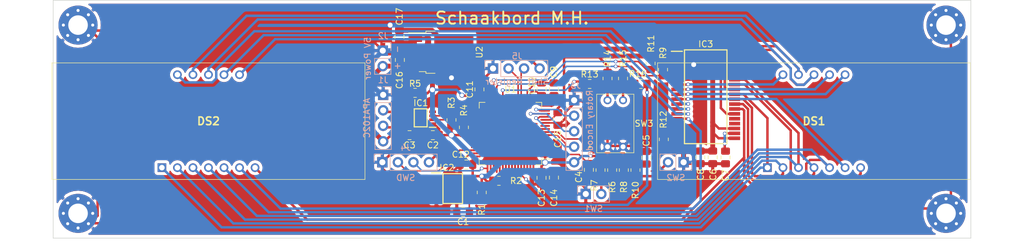
<source format=kicad_pcb>
(kicad_pcb (version 20171130) (host pcbnew "(5.1.9)-1")
  (layers (0 F.Cu signal) (31 B.Cu signal) (34 B.Paste user) (35 F.Paste user) (36 B.SilkS user) (37 F.SilkS user) (38 B.Mask user) (39 F.Mask user) (44 Edge.Cuts user))
  (net 0 "")
  (net 1 PB7)
  (net 2 O0)
  (net 3 O11)
  (net 4 O16)
  (net 5 O1)
  (net 6 O2)
  (net 7 O12)
  (net 8 O3)
  (net 9 O17)
  (net 10 O13)
  (net 11 O18)
  (net 12 O14)
  (net 13 O15)
  (net 14 O4)
  (net 15 O5)
  (net 16 O6)
  (net 17 O7)
  (net 18 "Net-(IC2-Pad7)")
  (net 19 PB6)
  (net 20 "Net-(IC2-Pad1)")
  (net 21 "Net-(IC3-Pad2)")
  (net 22 PB10)
  (net 23 PB11)
  (net 24 BOOT0)
  (net 25 BOOT1)
  (net 26 "Net-(U1-Pad62)")
  (net 27 "Net-(U1-Pad61)")
  (net 28 "Net-(U1-Pad57)")
  (net 29 "Net-(U1-Pad56)")
  (net 30 "Net-(U1-Pad55)")
  (net 31 "Net-(U1-Pad54)")
  (net 32 "Net-(U1-Pad53)")
  (net 33 "Net-(U1-Pad52)")
  (net 34 "Net-(U1-Pad51)")
  (net 35 "Net-(U1-Pad50)")
  (net 36 "Net-(U1-Pad45)")
  (net 37 "Net-(U1-Pad44)")
  (net 38 "Net-(U1-Pad43)")
  (net 39 "Net-(U1-Pad42)")
  (net 40 "Net-(U1-Pad41)")
  (net 41 "Net-(U1-Pad40)")
  (net 42 "Net-(U1-Pad39)")
  (net 43 "Net-(U1-Pad38)")
  (net 44 "Net-(U1-Pad37)")
  (net 45 "Net-(U1-Pad35)")
  (net 46 "Net-(U1-Pad33)")
  (net 47 "Net-(U1-Pad28)")
  (net 48 "Net-(U1-Pad26)")
  (net 49 "Net-(U1-Pad25)")
  (net 50 "Net-(U1-Pad24)")
  (net 51 PA5)
  (net 52 "Net-(U1-Pad20)")
  (net 53 "Net-(U1-Pad17)")
  (net 54 "Net-(U1-Pad11)")
  (net 55 "Net-(U1-Pad10)")
  (net 56 "Net-(U1-Pad7)")
  (net 57 "Net-(U1-Pad6)")
  (net 58 "Net-(U1-Pad5)")
  (net 59 "Net-(U1-Pad4)")
  (net 60 "Net-(U1-Pad3)")
  (net 61 "Net-(U1-Pad2)")
  (net 62 +5V)
  (net 63 +3V3)
  (net 64 GND)
  (net 65 "Net-(C7-Pad2)")
  (net 66 "Net-(IC1-Pad7)")
  (net 67 "Net-(IC1-Pad6)")
  (net 68 "Net-(IC1-Pad5)")
  (net 69 "Net-(IC3-Pad36)")
  (net 70 "Net-(IC3-Pad35)")
  (net 71 "Net-(IC3-Pad34)")
  (net 72 "Net-(IC3-Pad33)")
  (net 73 "Net-(IC3-Pad32)")
  (net 74 "Net-(IC3-Pad23)")
  (net 75 "Net-(IC3-Pad22)")
  (net 76 "Net-(IC3-Pad17)")
  (net 77 "Net-(IC3-Pad15)")
  (net 78 "Net-(IC3-Pad1)")
  (net 79 "Net-(R13-Pad1)")
  (net 80 PB13)
  (net 81 PB15)
  (net 82 "Net-(R6-Pad1)")
  (net 83 "Net-(R10-Pad2)")
  (net 84 "Net-(R15-Pad2)")
  (net 85 PA2)
  (net 86 PA1)
  (net 87 PA0)
  (net 88 PA13)
  (net 89 PA14)
  (net 90 PC0)
  (net 91 PC1)
  (net 92 PA6)
  (net 93 "Net-(U1-Pad23)")
  (module Connector_PinHeader_2.54mm:PinHeader_1x04_P2.54mm_Vertical (layer B.Cu) (at -4.064 -8.382 270)
    (fp_text reference J5 (at -2.032 -3.937 180) (layer B.SilkS) (effects (justify mirror)))
    (fp_text value "Shift Register" (at 2.159 -3.937) (layer B.SilkS) (effects (justify mirror)))
    (pad 4 thru_hole oval (at 0 -7.62 270) (size 1.7 1.7) (drill 1) (layers *.Cu *.Mask) (net 63 +3V3))
    (pad 3 thru_hole oval (at 0 -5.08 270) (size 1.7 1.7) (drill 1) (layers *.Cu *.Mask) (net 51 PA5))
    (pad 2 thru_hole oval (at 0 -2.54 270) (size 1.7 1.7) (drill 1) (layers *.Cu *.Mask) (net 92 PA6))
    (pad 1 thru_hole rect (at 0 0 270) (size 1.7 1.7) (drill 1) (layers *.Cu *.Mask) (net 64 GND))
  )
  (module SamacSys_Parts:HDSPB03G (layer F.Cu) (at 40.8305 7.874)
    (fp_text reference DS1 (at 7.62 -7.62) (layer F.SilkS) (effects (font (size 1.27 1.27) (thickness 0.254))))
    (fp_text value HDSP-B03G hide)
    (pad 1 thru_hole rect (at 0 0) (size 1.416 1.416) (drill 0.91) (layers *.Cu *.Mask) (net 13 O15))
    (pad 2 thru_hole circle (at 2.54 0) (size 1.416 1.416) (drill 0.91) (layers *.Cu *.Mask) (net 12 O14))
    (pad 3 thru_hole circle (at 5.08 0) (size 1.416 1.416) (drill 0.91) (layers *.Cu *.Mask) (net 11 O18))
    (pad 4 thru_hole circle (at 7.62 0) (size 1.416 1.416) (drill 0.91) (layers *.Cu *.Mask) (net 10 O13))
    (pad 5 thru_hole circle (at 10.16 0) (size 1.416 1.416) (drill 0.91) (layers *.Cu *.Mask) (net 9 O17))
    (pad 6 thru_hole circle (at 12.7 0) (size 1.416 1.416) (drill 0.91) (layers *.Cu *.Mask) (net 8 O3))
    (pad 7 thru_hole circle (at 15.24 0) (size 1.416 1.416) (drill 0.91) (layers *.Cu *.Mask) (net 7 O12))
    (pad 8 thru_hole circle (at 12.7 -15.24) (size 1.416 1.416) (drill 0.91) (layers *.Cu *.Mask) (net 6 O2))
    (pad 9 thru_hole circle (at 10.16 -15.24) (size 1.416 1.416) (drill 0.91) (layers *.Cu *.Mask) (net 5 O1))
    (pad 10 thru_hole circle (at 7.62 -15.24) (size 1.416 1.416) (drill 0.91) (layers *.Cu *.Mask) (net 4 O16))
    (pad 11 thru_hole circle (at 5.08 -15.24) (size 1.416 1.416) (drill 0.91) (layers *.Cu *.Mask) (net 3 O11))
    (pad 12 thru_hole circle (at 2.54 -15.24) (size 1.416 1.416) (drill 0.91) (layers *.Cu *.Mask) (net 2 O0))
  )
  (module MountingHole:MountingHole_3.2mm_M3_Pad_Via (layer F.Cu) (at -71.9455 -15.494)
    (fp_text reference "" (at 0 4.191) (layer F.SilkS))
    (fp_text value MountingHole_3.2mm_M3_Pad_Via)
    (pad 1 thru_hole circle (at 0 0) (size 6.4 6.4) (drill 3.2) (layers *.Cu *.Mask) (net 64 GND))
    (pad 1 thru_hole circle (at 2.4 0) (size 0.8 0.8) (drill 0.5) (layers *.Cu *.Mask))
    (pad 1 thru_hole circle (at 1.697056 1.697056) (size 0.8 0.8) (drill 0.5) (layers *.Cu *.Mask))
    (pad 1 thru_hole circle (at 0 2.4) (size 0.8 0.8) (drill 0.5) (layers *.Cu *.Mask))
    (pad 1 thru_hole circle (at -1.697056 1.697056) (size 0.8 0.8) (drill 0.5) (layers *.Cu *.Mask))
    (pad 1 thru_hole circle (at -2.4 0) (size 0.8 0.8) (drill 0.5) (layers *.Cu *.Mask))
    (pad 1 thru_hole circle (at -1.697056 -1.697056) (size 0.8 0.8) (drill 0.5) (layers *.Cu *.Mask))
    (pad 1 thru_hole circle (at 0 -2.4) (size 0.8 0.8) (drill 0.5) (layers *.Cu *.Mask))
    (pad 1 thru_hole circle (at 1.697056 -1.697056) (size 0.8 0.8) (drill 0.5) (layers *.Cu *.Mask))
  )
  (module MountingHole:MountingHole_3.2mm_M3_Pad_Via (layer F.Cu) (at 70.0405 15.367)
    (fp_text reference "" (at 0 -4.2) (layer F.SilkS))
    (fp_text value MountingHole_3.2mm_M3_Pad_Via)
    (pad 1 thru_hole circle (at 0 0) (size 6.4 6.4) (drill 3.2) (layers *.Cu *.Mask) (net 64 GND))
    (pad 1 thru_hole circle (at 2.4 0) (size 0.8 0.8) (drill 0.5) (layers *.Cu *.Mask))
    (pad 1 thru_hole circle (at 1.697056 1.697056) (size 0.8 0.8) (drill 0.5) (layers *.Cu *.Mask))
    (pad 1 thru_hole circle (at 0 2.4) (size 0.8 0.8) (drill 0.5) (layers *.Cu *.Mask))
    (pad 1 thru_hole circle (at -1.697056 1.697056) (size 0.8 0.8) (drill 0.5) (layers *.Cu *.Mask))
    (pad 1 thru_hole circle (at -2.4 0) (size 0.8 0.8) (drill 0.5) (layers *.Cu *.Mask))
    (pad 1 thru_hole circle (at -1.697056 -1.697056) (size 0.8 0.8) (drill 0.5) (layers *.Cu *.Mask))
    (pad 1 thru_hole circle (at 0 -2.4) (size 0.8 0.8) (drill 0.5) (layers *.Cu *.Mask))
    (pad 1 thru_hole circle (at 1.697056 -1.697056) (size 0.8 0.8) (drill 0.5) (layers *.Cu *.Mask))
  )
  (module MountingHole:MountingHole_3.2mm_M3_Pad_Via (layer F.Cu) (at -71.9455 15.367)
    (fp_text reference "" (at 0 -4.2) (layer F.SilkS))
    (fp_text value MountingHole_3.2mm_M3_Pad_Via)
    (pad 1 thru_hole circle (at 0 0) (size 6.4 6.4) (drill 3.2) (layers *.Cu *.Mask) (net 64 GND))
    (pad 1 thru_hole circle (at 2.4 0) (size 0.8 0.8) (drill 0.5) (layers *.Cu *.Mask))
    (pad 1 thru_hole circle (at 1.697056 1.697056) (size 0.8 0.8) (drill 0.5) (layers *.Cu *.Mask))
    (pad 1 thru_hole circle (at 0 2.4) (size 0.8 0.8) (drill 0.5) (layers *.Cu *.Mask))
    (pad 1 thru_hole circle (at -1.697056 1.697056) (size 0.8 0.8) (drill 0.5) (layers *.Cu *.Mask))
    (pad 1 thru_hole circle (at -2.4 0) (size 0.8 0.8) (drill 0.5) (layers *.Cu *.Mask))
    (pad 1 thru_hole circle (at -1.697056 -1.697056) (size 0.8 0.8) (drill 0.5) (layers *.Cu *.Mask))
    (pad 1 thru_hole circle (at 0 -2.4) (size 0.8 0.8) (drill 0.5) (layers *.Cu *.Mask))
    (pad 1 thru_hole circle (at 1.697056 -1.697056) (size 0.8 0.8) (drill 0.5) (layers *.Cu *.Mask))
  )
  (module MountingHole:MountingHole_3.2mm_M3_Pad_Via (layer F.Cu) (at 70.0405 -15.494)
    (fp_text reference "" (at 0 4.191) (layer F.SilkS))
    (fp_text value MountingHole_3.2mm_M3_Pad_Via)
    (pad 1 thru_hole circle (at 0 0) (size 6.4 6.4) (drill 3.2) (layers *.Cu *.Mask) (net 64 GND))
    (pad 1 thru_hole circle (at 2.4 0) (size 0.8 0.8) (drill 0.5) (layers *.Cu *.Mask))
    (pad 1 thru_hole circle (at 1.697056 1.697056) (size 0.8 0.8) (drill 0.5) (layers *.Cu *.Mask))
    (pad 1 thru_hole circle (at 0 2.4) (size 0.8 0.8) (drill 0.5) (layers *.Cu *.Mask))
    (pad 1 thru_hole circle (at -1.697056 1.697056) (size 0.8 0.8) (drill 0.5) (layers *.Cu *.Mask))
    (pad 1 thru_hole circle (at -2.4 0) (size 0.8 0.8) (drill 0.5) (layers *.Cu *.Mask))
    (pad 1 thru_hole circle (at -1.697056 -1.697056) (size 0.8 0.8) (drill 0.5) (layers *.Cu *.Mask))
    (pad 1 thru_hole circle (at 0 -2.4) (size 0.8 0.8) (drill 0.5) (layers *.Cu *.Mask))
    (pad 1 thru_hole circle (at 1.697056 -1.697056) (size 0.8 0.8) (drill 0.5) (layers *.Cu *.Mask))
  )
  (module Connector_PinHeader_2.54mm:PinHeader_1x02_P2.54mm_Vertical (layer B.Cu) (at 27.1145 6.985 90)
    (fp_text reference SW2 (at -2.54 -1.27 180) (layer B.SilkS) (effects (justify mirror)))
    (fp_text value SW_Push)
    (pad 2 thru_hole oval (at 0 -2.54 90) (size 1.7 1.7) (drill 1) (layers *.Cu *.Mask) (net 83 "Net-(R10-Pad2)"))
    (pad 1 thru_hole rect (at 0 0 90) (size 1.7 1.7) (drill 1) (layers *.Cu *.Mask) (net 64 GND))
  )
  (module Resistor_SMD:R_0805_2012Metric_Pad1.20x1.40mm_HandSolder (layer F.Cu) (at 14.6685 -6.747 90)
    (fp_text reference R14 (at 3.286 0 270) (layer F.SilkS))
    (fp_text value 10k)
    (pad 1 smd roundrect (at -1 0 90) (size 1.2 1.4) (layers F.Cu F.Paste F.Mask) (roundrect_rratio 0.2083325) (net 79 "Net-(R13-Pad1)"))
    (pad 2 smd roundrect (at 1 0 90) (size 1.2 1.4) (layers F.Cu F.Paste F.Mask) (roundrect_rratio 0.2083325) (net 63 +3V3))
  )
  (module Resistor_SMD:R_0805_2012Metric_Pad1.20x1.40mm_HandSolder (layer F.Cu) (at 11.7475 -5.842 180)
    (fp_text reference R13 (at 0 1.5875) (layer F.SilkS))
    (fp_text value 10k)
    (pad 1 smd roundrect (at -1 0 180) (size 1.2 1.4) (layers F.Cu F.Paste F.Mask) (roundrect_rratio 0.2083325) (net 79 "Net-(R13-Pad1)"))
    (pad 2 smd roundrect (at 1 0 180) (size 1.2 1.4) (layers F.Cu F.Paste F.Mask) (roundrect_rratio 0.2083325) (net 25 BOOT1))
  )
  (module Resistor_SMD:R_0805_2012Metric_Pad1.20x1.40mm_HandSolder (layer F.Cu) (at 20.1295 -5.842)
    (fp_text reference R16 (at -0.508 -1.65) (layer F.SilkS))
    (fp_text value 10k)
    (pad 1 smd roundrect (at -1 0) (size 1.2 1.4) (layers F.Cu F.Paste F.Mask) (roundrect_rratio 0.2083325) (net 84 "Net-(R15-Pad2)"))
    (pad 2 smd roundrect (at 1 0) (size 1.2 1.4) (layers F.Cu F.Paste F.Mask) (roundrect_rratio 0.2083325) (net 24 BOOT0))
  )
  (module Resistor_SMD:R_0805_2012Metric_Pad1.20x1.40mm_HandSolder (layer F.Cu) (at 17.2085 -6.747 270)
    (fp_text reference R15 (at -3.286 0 90) (layer F.SilkS))
    (fp_text value 10k)
    (pad 1 smd roundrect (at -1 0 270) (size 1.2 1.4) (layers F.Cu F.Paste F.Mask) (roundrect_rratio 0.2083325) (net 63 +3V3))
    (pad 2 smd roundrect (at 1 0 270) (size 1.2 1.4) (layers F.Cu F.Paste F.Mask) (roundrect_rratio 0.2083325) (net 84 "Net-(R15-Pad2)"))
  )
  (module Package_QFP:LQFP-64_10x10mm_P0.5mm (layer F.Cu) (at -1.2065 2.286 180)
    (fp_text reference U1 (at 0 7.239) (layer F.SilkS))
    (fp_text value STM32F101RDTx)
    (pad 64 smd roundrect (at -3.75 -5.675 180) (size 0.3 1.55) (layers F.Cu F.Paste F.Mask) (net 63 +3V3))
    (pad 63 smd roundrect (at -3.25 -5.675 180) (size 0.3 1.55) (layers F.Cu F.Paste F.Mask) (net 64 GND))
    (pad 62 smd roundrect (at -2.75 -5.675 180) (size 0.3 1.55) (layers F.Cu F.Paste F.Mask) (net 26 "Net-(U1-Pad62)"))
    (pad 61 smd roundrect (at -2.25 -5.675 180) (size 0.3 1.55) (layers F.Cu F.Paste F.Mask) (net 27 "Net-(U1-Pad61)"))
    (pad 60 smd roundrect (at -1.75 -5.675 180) (size 0.3 1.55) (layers F.Cu F.Paste F.Mask) (net 24 BOOT0))
    (pad 59 smd roundrect (at -1.25 -5.675 180) (size 0.3 1.55) (layers F.Cu F.Paste F.Mask) (net 1 PB7))
    (pad 58 smd roundrect (at -0.75 -5.675 180) (size 0.3 1.55) (layers F.Cu F.Paste F.Mask) (net 19 PB6))
    (pad 57 smd roundrect (at -0.25 -5.675 180) (size 0.3 1.55) (layers F.Cu F.Paste F.Mask) (net 28 "Net-(U1-Pad57)"))
    (pad 56 smd roundrect (at 0.25 -5.675 180) (size 0.3 1.55) (layers F.Cu F.Paste F.Mask) (net 29 "Net-(U1-Pad56)"))
    (pad 55 smd roundrect (at 0.75 -5.675 180) (size 0.3 1.55) (layers F.Cu F.Paste F.Mask) (net 30 "Net-(U1-Pad55)"))
    (pad 54 smd roundrect (at 1.25 -5.675 180) (size 0.3 1.55) (layers F.Cu F.Paste F.Mask) (net 31 "Net-(U1-Pad54)"))
    (pad 53 smd roundrect (at 1.75 -5.675 180) (size 0.3 1.55) (layers F.Cu F.Paste F.Mask) (net 32 "Net-(U1-Pad53)"))
    (pad 52 smd roundrect (at 2.25 -5.675 180) (size 0.3 1.55) (layers F.Cu F.Paste F.Mask) (net 33 "Net-(U1-Pad52)"))
    (pad 51 smd roundrect (at 2.75 -5.675 180) (size 0.3 1.55) (layers F.Cu F.Paste F.Mask) (net 34 "Net-(U1-Pad51)"))
    (pad 50 smd roundrect (at 3.25 -5.675 180) (size 0.3 1.55) (layers F.Cu F.Paste F.Mask) (net 35 "Net-(U1-Pad50)"))
    (pad 49 smd roundrect (at 3.75 -5.675 180) (size 0.3 1.55) (layers F.Cu F.Paste F.Mask) (net 89 PA14))
    (pad 48 smd roundrect (at 5.675 -3.75 180) (size 1.55 0.3) (layers F.Cu F.Paste F.Mask) (net 63 +3V3))
    (pad 47 smd roundrect (at 5.675 -3.25 180) (size 1.55 0.3) (layers F.Cu F.Paste F.Mask) (net 64 GND))
    (pad 46 smd roundrect (at 5.675 -2.75 180) (size 1.55 0.3) (layers F.Cu F.Paste F.Mask) (net 88 PA13))
    (pad 45 smd roundrect (at 5.675 -2.25 180) (size 1.55 0.3) (layers F.Cu F.Paste F.Mask) (net 36 "Net-(U1-Pad45)"))
    (pad 44 smd roundrect (at 5.675 -1.75 180) (size 1.55 0.3) (layers F.Cu F.Paste F.Mask) (net 37 "Net-(U1-Pad44)"))
    (pad 43 smd roundrect (at 5.675 -1.25 180) (size 1.55 0.3) (layers F.Cu F.Paste F.Mask) (net 38 "Net-(U1-Pad43)"))
    (pad 42 smd roundrect (at 5.675 -0.75 180) (size 1.55 0.3) (layers F.Cu F.Paste F.Mask) (net 39 "Net-(U1-Pad42)"))
    (pad 41 smd roundrect (at 5.675 -0.25 180) (size 1.55 0.3) (layers F.Cu F.Paste F.Mask) (net 40 "Net-(U1-Pad41)"))
    (pad 40 smd roundrect (at 5.675 0.25 180) (size 1.55 0.3) (layers F.Cu F.Paste F.Mask) (net 41 "Net-(U1-Pad40)"))
    (pad 39 smd roundrect (at 5.675 0.75 180) (size 1.55 0.3) (layers F.Cu F.Paste F.Mask) (net 42 "Net-(U1-Pad39)"))
    (pad 38 smd roundrect (at 5.675 1.25 180) (size 1.55 0.3) (layers F.Cu F.Paste F.Mask) (net 43 "Net-(U1-Pad38)"))
    (pad 37 smd roundrect (at 5.675 1.75 180) (size 1.55 0.3) (layers F.Cu F.Paste F.Mask) (net 44 "Net-(U1-Pad37)"))
    (pad 36 smd roundrect (at 5.675 2.25 180) (size 1.55 0.3) (layers F.Cu F.Paste F.Mask) (net 81 PB15))
    (pad 35 smd roundrect (at 5.675 2.75 180) (size 1.55 0.3) (layers F.Cu F.Paste F.Mask) (net 45 "Net-(U1-Pad35)"))
    (pad 34 smd roundrect (at 5.675 3.25 180) (size 1.55 0.3) (layers F.Cu F.Paste F.Mask) (net 80 PB13))
    (pad 33 smd roundrect (at 5.675 3.75 180) (size 1.55 0.3) (layers F.Cu F.Paste F.Mask) (net 46 "Net-(U1-Pad33)"))
    (pad 32 smd roundrect (at 3.75 5.675 180) (size 0.3 1.55) (layers F.Cu F.Paste F.Mask) (net 63 +3V3))
    (pad 31 smd roundrect (at 3.25 5.675 180) (size 0.3 1.55) (layers F.Cu F.Paste F.Mask) (net 64 GND))
    (pad 30 smd roundrect (at 2.75 5.675 180) (size 0.3 1.55) (layers F.Cu F.Paste F.Mask) (net 23 PB11))
    (pad 29 smd roundrect (at 2.25 5.675 180) (size 0.3 1.55) (layers F.Cu F.Paste F.Mask) (net 22 PB10))
    (pad 28 smd roundrect (at 1.75 5.675 180) (size 0.3 1.55) (layers F.Cu F.Paste F.Mask) (net 47 "Net-(U1-Pad28)"))
    (pad 27 smd roundrect (at 1.25 5.675 180) (size 0.3 1.55) (layers F.Cu F.Paste F.Mask) (net 25 BOOT1))
    (pad 26 smd roundrect (at 0.75 5.675 180) (size 0.3 1.55) (layers F.Cu F.Paste F.Mask) (net 48 "Net-(U1-Pad26)"))
    (pad 25 smd roundrect (at 0.25 5.675 180) (size 0.3 1.55) (layers F.Cu F.Paste F.Mask) (net 49 "Net-(U1-Pad25)"))
    (pad 24 smd roundrect (at -0.25 5.675 180) (size 0.3 1.55) (layers F.Cu F.Paste F.Mask) (net 50 "Net-(U1-Pad24)"))
    (pad 23 smd roundrect (at -0.75 5.675 180) (size 0.3 1.55) (layers F.Cu F.Paste F.Mask) (net 93 "Net-(U1-Pad23)"))
    (pad 22 smd roundrect (at -1.25 5.675 180) (size 0.3 1.55) (layers F.Cu F.Paste F.Mask) (net 92 PA6))
    (pad 21 smd roundrect (at -1.75 5.675 180) (size 0.3 1.55) (layers F.Cu F.Paste F.Mask) (net 51 PA5))
    (pad 20 smd roundrect (at -2.25 5.675 180) (size 0.3 1.55) (layers F.Cu F.Paste F.Mask) (net 52 "Net-(U1-Pad20)"))
    (pad 19 smd roundrect (at -2.75 5.675 180) (size 0.3 1.55) (layers F.Cu F.Paste F.Mask) (net 63 +3V3))
    (pad 18 smd roundrect (at -3.25 5.675 180) (size 0.3 1.55) (layers F.Cu F.Paste F.Mask) (net 64 GND))
    (pad 17 smd roundrect (at -3.75 5.675 180) (size 0.3 1.55) (layers F.Cu F.Paste F.Mask) (net 53 "Net-(U1-Pad17)"))
    (pad 16 smd roundrect (at -5.675 3.75 180) (size 1.55 0.3) (layers F.Cu F.Paste F.Mask) (net 85 PA2))
    (pad 15 smd roundrect (at -5.675 3.25 180) (size 1.55 0.3) (layers F.Cu F.Paste F.Mask) (net 86 PA1))
    (pad 14 smd roundrect (at -5.675 2.75 180) (size 1.55 0.3) (layers F.Cu F.Paste F.Mask) (net 87 PA0))
    (pad 13 smd roundrect (at -5.675 2.25 180) (size 1.55 0.3) (layers F.Cu F.Paste F.Mask) (net 63 +3V3))
    (pad 12 smd roundrect (at -5.675 1.75 180) (size 1.55 0.3) (layers F.Cu F.Paste F.Mask) (net 64 GND))
    (pad 11 smd roundrect (at -5.675 1.25 180) (size 1.55 0.3) (layers F.Cu F.Paste F.Mask) (net 54 "Net-(U1-Pad11)"))
    (pad 10 smd roundrect (at -5.675 0.75 180) (size 1.55 0.3) (layers F.Cu F.Paste F.Mask) (net 55 "Net-(U1-Pad10)"))
    (pad 9 smd roundrect (at -5.675 0.25 180) (size 1.55 0.3) (layers F.Cu F.Paste F.Mask) (net 91 PC1))
    (pad 8 smd roundrect (at -5.675 -0.25 180) (size 1.55 0.3) (layers F.Cu F.Paste F.Mask) (net 90 PC0))
    (pad 7 smd roundrect (at -5.675 -0.75 180) (size 1.55 0.3) (layers F.Cu F.Paste F.Mask) (net 56 "Net-(U1-Pad7)"))
    (pad 6 smd roundrect (at -5.675 -1.25 180) (size 1.55 0.3) (layers F.Cu F.Paste F.Mask) (net 57 "Net-(U1-Pad6)"))
    (pad 5 smd roundrect (at -5.675 -1.75 180) (size 1.55 0.3) (layers F.Cu F.Paste F.Mask) (net 58 "Net-(U1-Pad5)"))
    (pad 4 smd roundrect (at -5.675 -2.25 180) (size 1.55 0.3) (layers F.Cu F.Paste F.Mask) (net 59 "Net-(U1-Pad4)"))
    (pad 3 smd roundrect (at -5.675 -2.75 180) (size 1.55 0.3) (layers F.Cu F.Paste F.Mask) (net 60 "Net-(U1-Pad3)"))
    (pad 2 smd roundrect (at -5.675 -3.25 180) (size 1.55 0.3) (layers F.Cu F.Paste F.Mask) (net 61 "Net-(U1-Pad2)"))
    (pad 1 smd roundrect (at -5.675 -3.75 180) (size 1.55 0.3) (layers F.Cu F.Paste F.Mask) (net 63 +3V3))
  )
  (module Connector_PinHeader_2.54mm:PinHeader_1x05_P2.54mm_Vertical (layer B.Cu) (at 9.2075 -3.175 180)
    (fp_text reference J3 (at -0.254 2.413) (layer B.SilkS) (effects (justify mirror)))
    (fp_text value "Rotary Encoder" (at -2.54 -4.064 90) (layer B.SilkS) (effects (justify mirror)))
    (pad 5 thru_hole oval (at 0 -10.16 180) (size 1.7 1.7) (drill 1) (layers *.Cu *.Mask) (net 63 +3V3))
    (pad 4 thru_hole oval (at 0 -7.62 180) (size 1.7 1.7) (drill 1) (layers *.Cu *.Mask) (net 87 PA0))
    (pad 3 thru_hole oval (at 0 -5.08 180) (size 1.7 1.7) (drill 1) (layers *.Cu *.Mask) (net 86 PA1))
    (pad 2 thru_hole oval (at 0 -2.54 180) (size 1.7 1.7) (drill 1) (layers *.Cu *.Mask) (net 85 PA2))
    (pad 1 thru_hole rect (at 0 0 180) (size 1.7 1.7) (drill 1) (layers *.Cu *.Mask) (net 64 GND))
  )
  (module Connector_PinHeader_2.54mm:PinHeader_1x04_P2.54mm_Vertical (layer B.Cu) (at -22.1615 6.985 270)
    (fp_text reference J4 (at -2.413 -3.81) (layer B.SilkS) (effects (justify mirror)))
    (fp_text value SWD (at 2.54 -3.81) (layer B.SilkS) (effects (justify mirror)))
    (pad 4 thru_hole oval (at 0 -7.62 270) (size 1.7 1.7) (drill 1) (layers *.Cu *.Mask) (net 63 +3V3))
    (pad 3 thru_hole oval (at 0 -5.08 270) (size 1.7 1.7) (drill 1) (layers *.Cu *.Mask) (net 89 PA14))
    (pad 2 thru_hole oval (at 0 -2.54 270) (size 1.7 1.7) (drill 1) (layers *.Cu *.Mask) (net 88 PA13))
    (pad 1 thru_hole rect (at 0 0 270) (size 1.7 1.7) (drill 1) (layers *.Cu *.Mask) (net 64 GND))
  )
  (module Capacitor_SMD:C_0805_2012Metric_Pad1.18x1.45mm_HandSolder (layer F.Cu) (at 6.5405 -0.1055 90)
    (fp_text reference C15 (at -3.2805 0 90) (layer F.SilkS))
    (fp_text value 100nF)
    (pad 2 smd roundrect (at 1.0375 0 90) (size 1.175 1.45) (layers F.Cu F.Paste F.Mask) (roundrect_rratio 0.2127659574468085) (net 63 +3V3))
    (pad 1 smd roundrect (at -1.0375 0 90) (size 1.175 1.45) (layers F.Cu F.Paste F.Mask) (roundrect_rratio 0.2127659574468085) (net 64 GND))
  )
  (module Capacitor_SMD:C_0805_2012Metric_Pad1.18x1.45mm_HandSolder (layer F.Cu) (at 5.9055 9.5035 90)
    (fp_text reference C14 (at -3.3235 0 90) (layer F.SilkS))
    (fp_text value 1µF)
    (pad 2 smd roundrect (at 1.0375 0 90) (size 1.175 1.45) (layers F.Cu F.Paste F.Mask) (roundrect_rratio 0.2127659574468085) (net 63 +3V3))
    (pad 1 smd roundrect (at -1.0375 0 90) (size 1.175 1.45) (layers F.Cu F.Paste F.Mask) (roundrect_rratio 0.2127659574468085) (net 64 GND))
  )
  (module Capacitor_SMD:C_0805_2012Metric_Pad1.18x1.45mm_HandSolder (layer F.Cu) (at 5.9055 -4.9745 90)
    (fp_text reference C9 (at 2.8487 -0.0254 90) (layer F.SilkS))
    (fp_text value 10µF)
    (pad 2 smd roundrect (at 1.0375 0 90) (size 1.175 1.45) (layers F.Cu F.Paste F.Mask) (roundrect_rratio 0.2127659574468085) (net 63 +3V3))
    (pad 1 smd roundrect (at -1.0375 0 90) (size 1.175 1.45) (layers F.Cu F.Paste F.Mask) (roundrect_rratio 0.2127659574468085) (net 64 GND))
  )
  (module Package_TO_SOT_SMD:TO-252-2 (layer F.Cu) (at -12.573 -11.049)
    (fp_text reference U2 (at 6.2865 0 270) (layer F.SilkS))
    (fp_text value NCP1117-3.3_TO252)
    (pad 2 smd rect (at 2.1 0) (size 6.4 5.8) (layers F.Cu F.Mask) (net 63 +3V3))
    (pad 3 smd rect (at -4.2 2.28) (size 2.2 1.2) (layers F.Cu F.Paste F.Mask) (net 62 +5V))
    (pad 1 smd rect (at -4.2 -2.28) (size 2.2 1.2) (layers F.Cu F.Paste F.Mask) (net 64 GND))
  )
  (module Capacitor_SMD:C_0805_2012Metric_Pad1.18x1.45mm_HandSolder (layer F.Cu) (at -19.3675 -13.589 270)
    (fp_text reference C17 (at -3.302 0 90) (layer F.SilkS))
    (fp_text value 10µF)
    (pad 2 smd roundrect (at 1.0375 0 270) (size 1.175 1.45) (layers F.Cu F.Paste F.Mask) (roundrect_rratio 0.2127659574468085) (net 64 GND))
    (pad 1 smd roundrect (at -1.0375 0 270) (size 1.175 1.45) (layers F.Cu F.Paste F.Mask) (roundrect_rratio 0.2127659574468085) (net 63 +3V3))
  )
  (module Capacitor_SMD:C_0805_2012Metric_Pad1.18x1.45mm_HandSolder (layer F.Cu) (at -19.304 -9.779 270)
    (fp_text reference C16 (at 3.302 0.0635 90) (layer F.SilkS))
    (fp_text value 10µF)
    (pad 2 smd roundrect (at 1.0375 0 270) (size 1.175 1.45) (layers F.Cu F.Paste F.Mask) (roundrect_rratio 0.2127659574468085) (net 62 +5V))
    (pad 1 smd roundrect (at -1.0375 0 270) (size 1.175 1.45) (layers F.Cu F.Paste F.Mask) (roundrect_rratio 0.2127659574468085) (net 64 GND))
  )
  (module Resistor_SMD:R_0805_2012Metric_Pad1.20x1.40mm_HandSolder (layer F.Cu) (at 17.3355 8.271 90)
    (fp_text reference R8 (at -2.778 0 90) (layer F.SilkS))
    (fp_text value 10k)
    (pad 2 smd roundrect (at 1 0 90) (size 1.2 1.4) (layers F.Cu F.Paste F.Mask) (roundrect_rratio 0.2083325) (net 63 +3V3))
    (pad 1 smd roundrect (at -1 0 90) (size 1.2 1.4) (layers F.Cu F.Paste F.Mask) (roundrect_rratio 0.2083325) (net 83 "Net-(R10-Pad2)"))
  )
  (module Resistor_SMD:R_0805_2012Metric_Pad1.20x1.40mm_HandSolder (layer F.Cu) (at 19.2405 8.271 270)
    (fp_text reference R10 (at 3.286 0 270) (layer F.SilkS))
    (fp_text value 10k)
    (pad 2 smd roundrect (at 1 0 270) (size 1.2 1.4) (layers F.Cu F.Paste F.Mask) (roundrect_rratio 0.2083325) (net 83 "Net-(R10-Pad2)"))
    (pad 1 smd roundrect (at -1 0 270) (size 1.2 1.4) (layers F.Cu F.Paste F.Mask) (roundrect_rratio 0.2083325) (net 91 PC1))
  )
  (module Resistor_SMD:R_0805_2012Metric_Pad1.20x1.40mm_HandSolder (layer F.Cu) (at 15.4305 8.271 90)
    (fp_text reference R6 (at -2.778 0 90) (layer F.SilkS))
    (fp_text value 10k)
    (pad 2 smd roundrect (at 1 0 90) (size 1.2 1.4) (layers F.Cu F.Paste F.Mask) (roundrect_rratio 0.2083325) (net 63 +3V3))
    (pad 1 smd roundrect (at -1 0 90) (size 1.2 1.4) (layers F.Cu F.Paste F.Mask) (roundrect_rratio 0.2083325) (net 82 "Net-(R6-Pad1)"))
  )
  (module Resistor_SMD:R_0805_2012Metric_Pad1.20x1.40mm_HandSolder (layer F.Cu) (at 13.5255 8.271 270)
    (fp_text reference R7 (at 2.524 1.016 90) (layer F.SilkS))
    (fp_text value 10k)
    (pad 2 smd roundrect (at 1 0 270) (size 1.2 1.4) (layers F.Cu F.Paste F.Mask) (roundrect_rratio 0.2083325) (net 82 "Net-(R6-Pad1)"))
    (pad 1 smd roundrect (at -1 0 270) (size 1.2 1.4) (layers F.Cu F.Paste F.Mask) (roundrect_rratio 0.2083325) (net 90 PC0))
  )
  (module Resistor_SMD:R_0805_2012Metric_Pad1.20x1.40mm_HandSolder (layer F.Cu) (at -3.0955 10.033 180)
    (fp_text reference R2 (at -2.81 0 180) (layer F.SilkS))
    (fp_text value 10k)
    (pad 2 smd roundrect (at 1 0 180) (size 1.2 1.4) (layers F.Cu F.Paste F.Mask) (roundrect_rratio 0.2083325) (net 63 +3V3))
    (pad 1 smd roundrect (at -1 0 180) (size 1.2 1.4) (layers F.Cu F.Paste F.Mask) (roundrect_rratio 0.2083325) (net 19 PB6))
  )
  (module Resistor_SMD:R_0805_2012Metric_Pad1.20x1.40mm_HandSolder (layer F.Cu) (at -5.9055 11.938 90)
    (fp_text reference R1 (at -2.81 0 90) (layer F.SilkS))
    (fp_text value 10k)
    (pad 2 smd roundrect (at 1 0 90) (size 1.2 1.4) (layers F.Cu F.Paste F.Mask) (roundrect_rratio 0.2083325) (net 63 +3V3))
    (pad 1 smd roundrect (at -1 0 90) (size 1.2 1.4) (layers F.Cu F.Paste F.Mask) (roundrect_rratio 0.2083325) (net 1 PB7))
  )
  (module Resistor_SMD:R_0805_2012Metric_Pad1.20x1.40mm_HandSolder (layer F.Cu) (at -16.8115 -4.3815 180)
    (fp_text reference R5 (at 0 1.524) (layer F.SilkS))
    (fp_text value 10k)
    (pad 2 smd roundrect (at 1 0 180) (size 1.2 1.4) (layers F.Cu F.Paste F.Mask) (roundrect_rratio 0.2083325) (net 68 "Net-(IC1-Pad5)"))
    (pad 1 smd roundrect (at -1 0 180) (size 1.2 1.4) (layers F.Cu F.Paste F.Mask) (roundrect_rratio 0.2083325) (net 63 +3V3))
  )
  (module Resistor_SMD:R_0805_2012Metric_Pad1.20x1.40mm_HandSolder (layer F.Cu) (at -8.8265 1.27 270)
    (fp_text reference R4 (at -2.794 0 90) (layer F.SilkS))
    (fp_text value 10k)
    (pad 2 smd roundrect (at 1 0 270) (size 1.2 1.4) (layers F.Cu F.Paste F.Mask) (roundrect_rratio 0.2083325) (net 63 +3V3))
    (pad 1 smd roundrect (at -1 0 270) (size 1.2 1.4) (layers F.Cu F.Paste F.Mask) (roundrect_rratio 0.2083325) (net 81 PB15))
  )
  (module Resistor_SMD:R_0805_2012Metric_Pad1.20x1.40mm_HandSolder (layer F.Cu) (at -10.8585 0.0475 270)
    (fp_text reference R3 (at -2.794 0 90) (layer F.SilkS))
    (fp_text value 10k)
    (pad 2 smd roundrect (at 1 0 270) (size 1.2 1.4) (layers F.Cu F.Paste F.Mask) (roundrect_rratio 0.2083325) (net 63 +3V3))
    (pad 1 smd roundrect (at -1 0 270) (size 1.2 1.4) (layers F.Cu F.Paste F.Mask) (roundrect_rratio 0.2083325) (net 80 PB13))
  )
  (module Resistor_SMD:R_0805_2012Metric_Pad1.20x1.40mm_HandSolder (layer F.Cu) (at 21.717 -9.2075 90)
    (fp_text reference R11 (at 3.2385 0.0635 90) (layer F.SilkS))
    (fp_text value 10k)
    (pad 2 smd roundrect (at 1 0 90) (size 1.2 1.4) (layers F.Cu F.Paste F.Mask) (roundrect_rratio 0.2083325) (net 63 +3V3))
    (pad 1 smd roundrect (at -1 0 90) (size 1.2 1.4) (layers F.Cu F.Paste F.Mask) (roundrect_rratio 0.2083325) (net 23 PB11))
  )
  (module Resistor_SMD:R_0805_2012Metric_Pad1.20x1.40mm_HandSolder (layer F.Cu) (at 23.749 -8.1915 270)
    (fp_text reference R9 (at -2.7305 0 90) (layer F.SilkS))
    (fp_text value 10k)
    (pad 2 smd roundrect (at 1 0 270) (size 1.2 1.4) (layers F.Cu F.Paste F.Mask) (roundrect_rratio 0.2083325) (net 22 PB10))
    (pad 1 smd roundrect (at -1 0 270) (size 1.2 1.4) (layers F.Cu F.Paste F.Mask) (roundrect_rratio 0.2083325) (net 63 +3V3))
  )
  (module Resistor_SMD:R_0805_2012Metric_Pad1.20x1.40mm_HandSolder (layer F.Cu) (at 23.876 3.2385 270)
    (fp_text reference R12 (at -3.2385 0.0635 90) (layer F.SilkS))
    (fp_text value 56k)
    (pad 2 smd roundrect (at 1 0 270) (size 1.2 1.4) (layers F.Cu F.Paste F.Mask) (roundrect_rratio 0.2083325) (net 64 GND))
    (pad 1 smd roundrect (at -1 0 270) (size 1.2 1.4) (layers F.Cu F.Paste F.Mask) (roundrect_rratio 0.2083325) (net 76 "Net-(IC3-Pad17)"))
  )
  (module SamacSys_Parts:418117270902 (layer F.Cu) (at 14.6685 4.445)
    (fp_text reference SW3 (at 5.969 -3.81) (layer F.SilkS))
    (fp_text value "Boot Modes" hide)
    (pad 4 thru_hole circle (at 0 -7.62) (size 1.3 1.3) (drill 0.8) (layers *.Cu *.Mask) (net 79 "Net-(R13-Pad1)"))
    (pad 3 thru_hole circle (at 2.54 -7.62) (size 1.3 1.3) (drill 0.8) (layers *.Cu *.Mask) (net 84 "Net-(R15-Pad2)"))
    (pad 2 thru_hole circle (at 2.54 0) (size 1.3 1.3) (drill 0.8) (layers *.Cu *.Mask) (net 64 GND))
    (pad 1 thru_hole circle (at 0 0) (size 1.3 1.3) (drill 0.8) (layers *.Cu *.Mask) (net 64 GND))
  )
  (module Connector_PinHeader_2.54mm:PinHeader_1x02_P2.54mm_Vertical (layer B.Cu) (at 11.1125 12.192 270)
    (fp_text reference SW1 (at 2.413 -1.27) (layer B.SilkS) (effects (justify mirror)))
    (fp_text value SW_Push)
    (pad 2 thru_hole oval (at 0 -2.54 270) (size 1.7 1.7) (drill 1) (layers *.Cu *.Mask) (net 82 "Net-(R6-Pad1)"))
    (pad 1 thru_hole rect (at 0 0 270) (size 1.7 1.7) (drill 1) (layers *.Cu *.Mask) (net 64 GND))
  )
  (module Connector_PinHeader_2.54mm:PinHeader_1x04_P2.54mm_Vertical (layer B.Cu) (at -22.0345 -4.064 180)
    (fp_text reference J1 (at 0 2.413) (layer B.SilkS) (effects (justify mirror)))
    (fp_text value APA102C (at 2.667 -3.81 90) (layer B.SilkS) (effects (justify mirror)))
    (pad 1 thru_hole rect (at 0 0 180) (size 1.7 1.7) (drill 1) (layers *.Cu *.Mask) (net 64 GND))
    (pad 2 thru_hole oval (at 0 -2.54 180) (size 1.7 1.7) (drill 1) (layers *.Cu *.Mask) (net 67 "Net-(IC1-Pad6)"))
    (pad 3 thru_hole oval (at 0 -5.08 180) (size 1.7 1.7) (drill 1) (layers *.Cu *.Mask) (net 66 "Net-(IC1-Pad7)"))
    (pad 4 thru_hole oval (at 0 -7.62 180) (size 1.7 1.7) (drill 1) (layers *.Cu *.Mask) (net 62 +5V))
  )
  (module Connector_PinHeader_2.54mm:PinHeader_1x02_P2.54mm_Vertical (layer B.Cu) (at -22.098 -11.303 180)
    (fp_text reference J2 (at -0.0635 2.413) (layer B.SilkS) (effects (justify mirror)))
    (fp_text value "5V Power" (at 2.4765 -1.27 90) (layer B.SilkS) (effects (justify mirror)))
    (fp_text user "-  +" (at -2.3495 -1.143 90) (layer B.SilkS) (effects (justify mirror)))
    (pad 2 thru_hole oval (at 0 -2.54 180) (size 1.7 1.7) (drill 1) (layers *.Cu *.Mask) (net 62 +5V))
    (pad 1 thru_hole rect (at 0 0 180) (size 1.7 1.7) (drill 1) (layers *.Cu *.Mask) (net 64 GND))
  )
  (module SamacSys_Parts:SOP80P1030X264-36N (layer F.Cu) (at 30.734 -3.7465)
    (fp_text reference IC3 (at 0 -8.636) (layer F.SilkS))
    (fp_text value MAX6955AAX+ hide)
    (pad 36 smd rect (at 4.725 -6.8 90) (size 0.6 1.8) (layers F.Cu F.Paste F.Mask) (net 69 "Net-(IC3-Pad36)"))
    (pad 35 smd rect (at 4.725 -6 90) (size 0.6 1.8) (layers F.Cu F.Paste F.Mask) (net 70 "Net-(IC3-Pad35)"))
    (pad 34 smd rect (at 4.725 -5.2 90) (size 0.6 1.8) (layers F.Cu F.Paste F.Mask) (net 71 "Net-(IC3-Pad34)"))
    (pad 33 smd rect (at 4.725 -4.4 90) (size 0.6 1.8) (layers F.Cu F.Paste F.Mask) (net 72 "Net-(IC3-Pad33)"))
    (pad 32 smd rect (at 4.725 -3.6 90) (size 0.6 1.8) (layers F.Cu F.Paste F.Mask) (net 73 "Net-(IC3-Pad32)"))
    (pad 31 smd rect (at 4.725 -2.8 90) (size 0.6 1.8) (layers F.Cu F.Paste F.Mask) (net 11 O18))
    (pad 30 smd rect (at 4.725 -2 90) (size 0.6 1.8) (layers F.Cu F.Paste F.Mask) (net 9 O17))
    (pad 29 smd rect (at 4.725 -1.2 90) (size 0.6 1.8) (layers F.Cu F.Paste F.Mask) (net 4 O16))
    (pad 28 smd rect (at 4.725 -0.4 90) (size 0.6 1.8) (layers F.Cu F.Paste F.Mask) (net 13 O15))
    (pad 27 smd rect (at 4.725 0.4 90) (size 0.6 1.8) (layers F.Cu F.Paste F.Mask) (net 12 O14))
    (pad 26 smd rect (at 4.725 1.2 90) (size 0.6 1.8) (layers F.Cu F.Paste F.Mask) (net 10 O13))
    (pad 25 smd rect (at 4.725 2 90) (size 0.6 1.8) (layers F.Cu F.Paste F.Mask) (net 7 O12))
    (pad 24 smd rect (at 4.725 2.8 90) (size 0.6 1.8) (layers F.Cu F.Paste F.Mask) (net 3 O11))
    (pad 23 smd rect (at 4.725 3.6 90) (size 0.6 1.8) (layers F.Cu F.Paste F.Mask) (net 74 "Net-(IC3-Pad23)"))
    (pad 22 smd rect (at 4.725 4.4 90) (size 0.6 1.8) (layers F.Cu F.Paste F.Mask) (net 75 "Net-(IC3-Pad22)"))
    (pad 21 smd rect (at 4.725 5.2 90) (size 0.6 1.8) (layers F.Cu F.Paste F.Mask) (net 63 +3V3))
    (pad 20 smd rect (at 4.725 6 90) (size 0.6 1.8) (layers F.Cu F.Paste F.Mask) (net 65 "Net-(C7-Pad2)"))
    (pad 19 smd rect (at 4.725 6.8 90) (size 0.6 1.8) (layers F.Cu F.Paste F.Mask) (net 63 +3V3))
    (pad 18 smd rect (at -4.725 6.8 90) (size 0.6 1.8) (layers F.Cu F.Paste F.Mask) (net 64 GND))
    (pad 17 smd rect (at -4.725 6 90) (size 0.6 1.8) (layers F.Cu F.Paste F.Mask) (net 76 "Net-(IC3-Pad17)"))
    (pad 16 smd rect (at -4.725 5.2 90) (size 0.6 1.8) (layers F.Cu F.Paste F.Mask) (net 64 GND))
    (pad 15 smd rect (at -4.725 4.4 90) (size 0.6 1.8) (layers F.Cu F.Paste F.Mask) (net 77 "Net-(IC3-Pad15)"))
    (pad 14 smd rect (at -4.725 3.6 90) (size 0.6 1.8) (layers F.Cu F.Paste F.Mask) (net 17 O7))
    (pad 13 smd rect (at -4.725 2.8 90) (size 0.6 1.8) (layers F.Cu F.Paste F.Mask) (net 16 O6))
    (pad 12 smd rect (at -4.725 2 90) (size 0.6 1.8) (layers F.Cu F.Paste F.Mask) (net 15 O5))
    (pad 11 smd rect (at -4.725 1.2 90) (size 0.6 1.8) (layers F.Cu F.Paste F.Mask) (net 14 O4))
    (pad 10 smd rect (at -4.725 0.4 90) (size 0.6 1.8) (layers F.Cu F.Paste F.Mask) (net 8 O3))
    (pad 9 smd rect (at -4.725 -0.4 90) (size 0.6 1.8) (layers F.Cu F.Paste F.Mask) (net 6 O2))
    (pad 8 smd rect (at -4.725 -1.2 90) (size 0.6 1.8) (layers F.Cu F.Paste F.Mask) (net 5 O1))
    (pad 7 smd rect (at -4.725 -2 90) (size 0.6 1.8) (layers F.Cu F.Paste F.Mask) (net 2 O0))
    (pad 6 smd rect (at -4.725 -2.8 90) (size 0.6 1.8) (layers F.Cu F.Paste F.Mask) (net 64 GND))
    (pad 5 smd rect (at -4.725 -3.6 90) (size 0.6 1.8) (layers F.Cu F.Paste F.Mask) (net 22 PB10))
    (pad 4 smd rect (at -4.725 -4.4 90) (size 0.6 1.8) (layers F.Cu F.Paste F.Mask) (net 23 PB11))
    (pad 3 smd rect (at -4.725 -5.2 90) (size 0.6 1.8) (layers F.Cu F.Paste F.Mask) (net 64 GND))
    (pad 2 smd rect (at -4.725 -6 90) (size 0.6 1.8) (layers F.Cu F.Paste F.Mask) (net 21 "Net-(IC3-Pad2)"))
    (pad 1 smd rect (at -4.725 -6.8 90) (size 0.6 1.8) (layers F.Cu F.Paste F.Mask) (net 78 "Net-(IC3-Pad1)"))
  )
  (module SamacSys_Parts:SOP65P400X130-8N (layer F.Cu) (at -15.8935 -0.295 180)
    (fp_text reference IC1 (at -0.0185 2.4355) (layer F.SilkS))
    (fp_text value SN74LVC2T45DCTRE4 hide)
    (pad 8 smd rect (at 1.95 -0.975 270) (size 0.45 1.1) (layers F.Cu F.Paste F.Mask) (net 62 +5V))
    (pad 7 smd rect (at 1.95 -0.325 270) (size 0.45 1.1) (layers F.Cu F.Paste F.Mask) (net 66 "Net-(IC1-Pad7)"))
    (pad 6 smd rect (at 1.95 0.325 270) (size 0.45 1.1) (layers F.Cu F.Paste F.Mask) (net 67 "Net-(IC1-Pad6)"))
    (pad 5 smd rect (at 1.95 0.975 270) (size 0.45 1.1) (layers F.Cu F.Paste F.Mask) (net 68 "Net-(IC1-Pad5)"))
    (pad 4 smd rect (at -1.95 0.975 270) (size 0.45 1.1) (layers F.Cu F.Paste F.Mask) (net 64 GND))
    (pad 3 smd rect (at -1.95 0.325 270) (size 0.45 1.1) (layers F.Cu F.Paste F.Mask) (net 80 PB13))
    (pad 2 smd rect (at -1.95 -0.325 270) (size 0.45 1.1) (layers F.Cu F.Paste F.Mask) (net 81 PB15))
    (pad 1 smd rect (at -1.95 -0.975 270) (size 0.45 1.1) (layers F.Cu F.Paste F.Mask) (net 63 +3V3))
  )
  (module SamacSys_Parts:SOIC127P600X175-8N (layer F.Cu) (at -10.6495 11.303)
    (fp_text reference IC2 (at -0.971 -3.429) (layer F.SilkS))
    (fp_text value M24C04-RMN6TP hide)
    (pad 8 smd rect (at 2.712 -1.905 90) (size 0.65 1.525) (layers F.Cu F.Paste F.Mask) (net 63 +3V3))
    (pad 7 smd rect (at 2.712 -0.635 90) (size 0.65 1.525) (layers F.Cu F.Paste F.Mask) (net 18 "Net-(IC2-Pad7)"))
    (pad 6 smd rect (at 2.712 0.635 90) (size 0.65 1.525) (layers F.Cu F.Paste F.Mask) (net 19 PB6))
    (pad 5 smd rect (at 2.712 1.905 90) (size 0.65 1.525) (layers F.Cu F.Paste F.Mask) (net 1 PB7))
    (pad 4 smd rect (at -2.712 1.905 90) (size 0.65 1.525) (layers F.Cu F.Paste F.Mask) (net 64 GND))
    (pad 3 smd rect (at -2.712 0.635 90) (size 0.65 1.525) (layers F.Cu F.Paste F.Mask) (net 64 GND))
    (pad 2 smd rect (at -2.712 -0.635 90) (size 0.65 1.525) (layers F.Cu F.Paste F.Mask) (net 64 GND))
    (pad 1 smd rect (at -2.712 -1.905 90) (size 0.65 1.525) (layers F.Cu F.Paste F.Mask) (net 20 "Net-(IC2-Pad1)"))
  )
  (module SamacSys_Parts:HDSPB03G (layer F.Cu) (at -58.2295 7.874)
    (fp_text reference DS2 (at 7.62 -7.62) (layer F.SilkS) (effects (font (size 1.27 1.27) (thickness 0.254))))
    (fp_text value HDSP-B03G hide)
    (pad 12 thru_hole circle (at 2.54 -15.24) (size 1.416 1.416) (drill 0.91) (layers *.Cu *.Mask) (net 14 O4))
    (pad 11 thru_hole circle (at 5.08 -15.24) (size 1.416 1.416) (drill 0.91) (layers *.Cu *.Mask) (net 3 O11))
    (pad 10 thru_hole circle (at 7.62 -15.24) (size 1.416 1.416) (drill 0.91) (layers *.Cu *.Mask) (net 4 O16))
    (pad 9 thru_hole circle (at 10.16 -15.24) (size 1.416 1.416) (drill 0.91) (layers *.Cu *.Mask) (net 15 O5))
    (pad 8 thru_hole circle (at 12.7 -15.24) (size 1.416 1.416) (drill 0.91) (layers *.Cu *.Mask) (net 16 O6))
    (pad 7 thru_hole circle (at 15.24 0) (size 1.416 1.416) (drill 0.91) (layers *.Cu *.Mask) (net 7 O12))
    (pad 6 thru_hole circle (at 12.7 0) (size 1.416 1.416) (drill 0.91) (layers *.Cu *.Mask) (net 17 O7))
    (pad 5 thru_hole circle (at 10.16 0) (size 1.416 1.416) (drill 0.91) (layers *.Cu *.Mask) (net 9 O17))
    (pad 4 thru_hole circle (at 7.62 0) (size 1.416 1.416) (drill 0.91) (layers *.Cu *.Mask) (net 10 O13))
    (pad 3 thru_hole circle (at 5.08 0) (size 1.416 1.416) (drill 0.91) (layers *.Cu *.Mask) (net 11 O18))
    (pad 2 thru_hole circle (at 2.54 0) (size 1.416 1.416) (drill 0.91) (layers *.Cu *.Mask) (net 12 O14))
    (pad 1 thru_hole rect (at 0 0) (size 1.416 1.416) (drill 0.91) (layers *.Cu *.Mask) (net 13 O15))
  )
  (module Capacitor_SMD:C_0805_2012Metric_Pad1.18x1.45mm_HandSolder (layer F.Cu) (at 21.0185 6.2445 90)
    (fp_text reference C5 (at 2.8155 0 270) (layer F.SilkS))
    (fp_text value 100nF)
    (pad 2 smd roundrect (at 1.0375 0 90) (size 1.175 1.45) (layers F.Cu F.Paste F.Mask) (roundrect_rratio 0.2127659574468085) (net 64 GND))
    (pad 1 smd roundrect (at -1.0375 0 90) (size 1.175 1.45) (layers F.Cu F.Paste F.Mask) (roundrect_rratio 0.2127659574468085) (net 91 PC1))
  )
  (module Capacitor_SMD:C_0805_2012Metric_Pad1.18x1.45mm_HandSolder (layer F.Cu) (at 11.6205 8.2335 270)
    (fp_text reference C4 (at 1.1645 1.651 90) (layer F.SilkS))
    (fp_text value 100nF)
    (pad 2 smd roundrect (at 1.0375 0 270) (size 1.175 1.45) (layers F.Cu F.Paste F.Mask) (roundrect_rratio 0.2127659574468085) (net 64 GND))
    (pad 1 smd roundrect (at -1.0375 0 270) (size 1.175 1.45) (layers F.Cu F.Paste F.Mask) (roundrect_rratio 0.2127659574468085) (net 90 PC0))
  )
  (module Capacitor_SMD:C_0805_2012Metric_Pad1.18x1.45mm_HandSolder (layer F.Cu) (at 29.845 6.181 270)
    (fp_text reference C8 (at 2.836 -0.0635 90) (layer F.SilkS))
    (fp_text value 100nF)
    (pad 2 smd roundrect (at 1.0375 0 270) (size 1.175 1.45) (layers F.Cu F.Paste F.Mask) (roundrect_rratio 0.2127659574468085) (net 64 GND))
    (pad 1 smd roundrect (at -1.0375 0 270) (size 1.175 1.45) (layers F.Cu F.Paste F.Mask) (roundrect_rratio 0.2127659574468085) (net 63 +3V3))
  )
  (module Capacitor_SMD:C_0805_2012Metric_Pad1.18x1.45mm_HandSolder (layer F.Cu) (at 31.877 6.181 90)
    (fp_text reference C6 (at -2.836 0.0635 90) (layer F.SilkS))
    (fp_text value 47µF)
    (pad 2 smd roundrect (at 1.0375 0 90) (size 1.175 1.45) (layers F.Cu F.Paste F.Mask) (roundrect_rratio 0.2127659574468085) (net 63 +3V3))
    (pad 1 smd roundrect (at -1.0375 0 90) (size 1.175 1.45) (layers F.Cu F.Paste F.Mask) (roundrect_rratio 0.2127659574468085) (net 64 GND))
  )
  (module Capacitor_SMD:C_0805_2012Metric_Pad1.18x1.45mm_HandSolder (layer F.Cu) (at 33.9725 6.2015 90)
    (fp_text reference C7 (at -2.9425 0 90) (layer F.SilkS))
    (fp_text value 22pF)
    (pad 2 smd roundrect (at 1.0375 0 90) (size 1.175 1.45) (layers F.Cu F.Paste F.Mask) (roundrect_rratio 0.2127659574468085) (net 65 "Net-(C7-Pad2)"))
    (pad 1 smd roundrect (at -1.0375 0 90) (size 1.175 1.45) (layers F.Cu F.Paste F.Mask) (roundrect_rratio 0.2127659574468085) (net 64 GND))
  )
  (module Capacitor_SMD:C_0805_2012Metric_Pad1.18x1.45mm_HandSolder (layer F.Cu) (at -8.9535 15.113)
    (fp_text reference C1 (at 0 1.651) (layer F.SilkS))
    (fp_text value 22pF)
    (pad 2 smd roundrect (at 1.0375 0) (size 1.175 1.45) (layers F.Cu F.Paste F.Mask) (roundrect_rratio 0.2127659574468085) (net 1 PB7))
    (pad 1 smd roundrect (at -1.0375 0) (size 1.175 1.45) (layers F.Cu F.Paste F.Mask) (roundrect_rratio 0.2127659574468085) (net 64 GND))
  )
  (module Capacitor_SMD:C_0805_2012Metric_Pad1.18x1.45mm_HandSolder (layer F.Cu) (at 3.8735 9.5465 90)
    (fp_text reference C13 (at -3.2805 0 90) (layer F.SilkS))
    (fp_text value 100nF)
    (pad 2 smd roundrect (at 1.0375 0 90) (size 1.175 1.45) (layers F.Cu F.Paste F.Mask) (roundrect_rratio 0.2127659574468085) (net 63 +3V3))
    (pad 1 smd roundrect (at -1.0375 0 90) (size 1.175 1.45) (layers F.Cu F.Paste F.Mask) (roundrect_rratio 0.2127659574468085) (net 64 GND))
  )
  (module Capacitor_SMD:C_0805_2012Metric_Pad1.18x1.45mm_HandSolder (layer F.Cu) (at -8.424 7.366)
    (fp_text reference C12 (at -0.9105 -1.651) (layer F.SilkS))
    (fp_text value 100nF)
    (pad 2 smd roundrect (at 1.0375 0) (size 1.175 1.45) (layers F.Cu F.Paste F.Mask) (roundrect_rratio 0.2127659574468085) (net 63 +3V3))
    (pad 1 smd roundrect (at -1.0375 0) (size 1.175 1.45) (layers F.Cu F.Paste F.Mask) (roundrect_rratio 0.2127659574468085) (net 64 GND))
  )
  (module Capacitor_SMD:C_0805_2012Metric_Pad1.18x1.45mm_HandSolder (layer F.Cu) (at -6.2865 -4.953 270)
    (fp_text reference C11 (at 0 1.5875 90) (layer F.SilkS))
    (fp_text value 100nF)
    (pad 1 smd roundrect (at -1.0375 0 270) (size 1.175 1.45) (layers F.Cu F.Paste F.Mask) (roundrect_rratio 0.2127659574468085) (net 64 GND))
    (pad 2 smd roundrect (at 1.0375 0 270) (size 1.175 1.45) (layers F.Cu F.Paste F.Mask) (roundrect_rratio 0.2127659574468085) (net 63 +3V3))
  )
  (module Capacitor_SMD:C_0805_2012Metric_Pad1.18x1.45mm_HandSolder (layer F.Cu) (at 3.8735 -4.9745 90)
    (fp_text reference C10 (at 0.6135 -1.5875 90) (layer F.SilkS))
    (fp_text value 100nF)
    (pad 2 smd roundrect (at 1.0375 0 90) (size 1.175 1.45) (layers F.Cu F.Paste F.Mask) (roundrect_rratio 0.2127659574468085) (net 63 +3V3))
    (pad 1 smd roundrect (at -1.0375 0 90) (size 1.175 1.45) (layers F.Cu F.Paste F.Mask) (roundrect_rratio 0.2127659574468085) (net 64 GND))
  )
  (module Capacitor_SMD:C_0805_2012Metric_Pad1.18x1.45mm_HandSolder (layer F.Cu) (at -17.7165 2.54)
    (fp_text reference C3 (at 0 1.651) (layer F.SilkS))
    (fp_text value 1µF)
    (pad 2 smd roundrect (at 1.0375 0) (size 1.175 1.45) (layers F.Cu F.Paste F.Mask) (roundrect_rratio 0.2127659574468085) (net 64 GND))
    (pad 1 smd roundrect (at -1.0375 0) (size 1.175 1.45) (layers F.Cu F.Paste F.Mask) (roundrect_rratio 0.2127659574468085) (net 62 +5V))
  )
  (module Capacitor_SMD:C_0805_2012Metric_Pad1.18x1.45mm_HandSolder (layer F.Cu) (at -13.9065 2.54)
    (fp_text reference C2 (at 0 1.651) (layer F.SilkS))
    (fp_text value 1µF)
    (pad 2 smd roundrect (at 1.0375 0) (size 1.175 1.45) (layers F.Cu F.Paste F.Mask) (roundrect_rratio 0.2127659574468085) (net 63 +3V3))
    (pad 1 smd roundrect (at -1.0375 0) (size 1.175 1.45) (layers F.Cu F.Paste F.Mask) (roundrect_rratio 0.2127659574468085) (net 64 GND))
  )
  (gr_text "Schaakbord M.H." (at -0.9525 -16.637) (layer F.SilkS) (effects (font (size 2 2) (thickness 0.3))))
  (gr_line (start 74.1045 -19.558) (end 74.1045 19.431) (layer Edge.Cuts) (width 0.1))
  (gr_line (start -76.0095 -19.558) (end 74.1045 -19.558) (layer Edge.Cuts) (width 0.1))
  (gr_line (start -76.0095 19.431) (end -76.0095 -19.558) (layer Edge.Cuts) (width 0.1))
  (gr_line (start 74.1045 19.431) (end -76.0095 19.431) (layer Edge.Cuts) (width 0.1))
  (segment (start 0.0435 10.053) (end -2.8415 12.938) (width 0.25) (layer F.Cu) (net 1))
  (segment (start -2.8415 12.938) (end -5.9055 12.938) (width 0.25) (layer F.Cu) (net 1))
  (segment (start 0.0435 7.961) (end 0.0435 10.053) (width 0.25) (layer F.Cu) (net 1))
  (segment (start -6.1755 13.208) (end -5.9055 12.938) (width 0.25) (layer F.Cu) (net 1))
  (segment (start -7.9375 13.208) (end -6.1755 13.208) (width 0.25) (layer F.Cu) (net 1))
  (segment (start -7.9375 15.0915) (end -7.916 15.113) (width 0.25) (layer F.Cu) (net 1))
  (segment (start -7.9375 13.208) (end -7.9375 15.0915) (width 0.25) (layer F.Cu) (net 1))
  (segment (start 43.3705 -7.366) (end 41.782099 -5.777599) (width 0.4) (layer B.Cu) (net 2))
  (via (at 27.8511 -5.777599) (size 0.6) (drill 0.4) (layers F.Cu B.Cu) (net 2))
  (segment (start 41.782099 -5.777599) (end 27.8511 -5.777599) (width 0.4) (layer B.Cu) (net 2))
  (segment (start 27.820001 -5.7465) (end 27.8511 -5.777599) (width 0.4) (layer F.Cu) (net 2))
  (segment (start 26.009 -5.7465) (end 27.820001 -5.7465) (width 0.4) (layer F.Cu) (net 2))
  (segment (start 34.159 -0.9465) (end 35.459 -0.9465) (width 0.4) (layer F.Cu) (net 3))
  (segment (start 33.2105 -1.895) (end 34.159 -0.9465) (width 0.4) (layer F.Cu) (net 3))
  (segment (start 33.810511 -12.030011) (end 33.2105 -11.43) (width 0.4) (layer F.Cu) (net 3))
  (segment (start 33.2105 -11.43) (end 33.2105 -1.895) (width 0.4) (layer F.Cu) (net 3))
  (segment (start 42.247752 -12.030011) (end 33.810511 -12.030011) (width 0.4) (layer F.Cu) (net 3))
  (segment (start 45.9105 -8.367263) (end 42.247752 -12.030011) (width 0.4) (layer F.Cu) (net 3))
  (segment (start 45.9105 -7.366) (end 45.9105 -8.367263) (width 0.4) (layer F.Cu) (net 3))
  (segment (start -53.1495 -8.255) (end -53.1495 -7.366) (width 0.4) (layer B.Cu) (net 3))
  (segment (start -44.3865 -17.018) (end -53.1495 -8.255) (width 0.4) (layer B.Cu) (net 3))
  (segment (start 45.9105 -7.366) (end 45.9105 -8.367262) (width 0.4) (layer B.Cu) (net 3))
  (segment (start 45.9105 -8.367262) (end 37.259762 -17.018) (width 0.4) (layer B.Cu) (net 3))
  (segment (start 37.259762 -17.018) (end -44.3865 -17.018) (width 0.4) (layer B.Cu) (net 3))
  (segment (start 34.233 -4.9465) (end 35.459 -4.9465) (width 0.4) (layer F.Cu) (net 4))
  (segment (start 33.8455 -5.334) (end 34.233 -4.9465) (width 0.4) (layer F.Cu) (net 4))
  (segment (start 33.8455 -10.853002) (end 33.8455 -5.334) (width 0.4) (layer F.Cu) (net 4))
  (segment (start 34.422498 -11.43) (end 33.8455 -10.853002) (width 0.4) (layer F.Cu) (net 4))
  (segment (start 41.5925 -11.43) (end 34.422498 -11.43) (width 0.4) (layer F.Cu) (net 4))
  (segment (start 48.4505 -7.366) (end 46.7995 -5.715) (width 0.4) (layer F.Cu) (net 4))
  (segment (start 45.59766 -5.715) (end 44.6405 -6.67216) (width 0.4) (layer F.Cu) (net 4))
  (segment (start 46.7995 -5.715) (end 45.59766 -5.715) (width 0.4) (layer F.Cu) (net 4))
  (segment (start 44.6405 -6.67216) (end 44.6405 -8.382) (width 0.4) (layer F.Cu) (net 4))
  (segment (start 44.6405 -8.382) (end 41.5925 -11.43) (width 0.4) (layer F.Cu) (net 4))
  (segment (start 44.6405 -8.382) (end 36.604511 -16.417989) (width 0.4) (layer B.Cu) (net 4))
  (segment (start -50.6095 -8.367263) (end -50.6095 -7.366) (width 0.4) (layer B.Cu) (net 4))
  (segment (start 46.7995 -5.715) (end 45.6565 -5.715) (width 0.4) (layer B.Cu) (net 4))
  (segment (start 48.4505 -7.366) (end 46.7995 -5.715) (width 0.4) (layer B.Cu) (net 4))
  (segment (start 45.6565 -5.715) (end 44.6405 -6.731) (width 0.4) (layer B.Cu) (net 4))
  (segment (start 44.6405 -6.731) (end 44.6405 -8.382) (width 0.4) (layer B.Cu) (net 4))
  (segment (start 36.604511 -16.417989) (end -42.558774 -16.417989) (width 0.4) (layer B.Cu) (net 4))
  (segment (start -42.558774 -16.417989) (end -50.6095 -8.367263) (width 0.4) (layer B.Cu) (net 4))
  (via (at 27.8511 -4.977586) (size 0.6) (drill 0.4) (layers F.Cu B.Cu) (net 5))
  (segment (start 48.602086 -4.977586) (end 27.8511 -4.977586) (width 0.4) (layer B.Cu) (net 5))
  (segment (start 26.009 -4.9465) (end 27.820014 -4.9465) (width 0.4) (layer F.Cu) (net 5))
  (segment (start 50.9905 -7.366) (end 48.602086 -4.977586) (width 0.4) (layer B.Cu) (net 5))
  (segment (start 27.820014 -4.9465) (end 27.8511 -4.977586) (width 0.4) (layer F.Cu) (net 5))
  (segment (start 27.82005 -4.1465) (end 27.851125 -4.177575) (width 0.4) (layer F.Cu) (net 6))
  (segment (start 50.342075 -4.177575) (end 27.851125 -4.177575) (width 0.4) (layer B.Cu) (net 6))
  (via (at 27.851125 -4.177575) (size 0.6) (drill 0.4) (layers F.Cu B.Cu) (net 6))
  (segment (start 53.5305 -7.366) (end 50.342075 -4.177575) (width 0.4) (layer B.Cu) (net 6))
  (segment (start 26.009 -4.1465) (end 27.82005 -4.1465) (width 0.4) (layer F.Cu) (net 6))
  (segment (start 36.759 -1.7465) (end 35.459 -1.7465) (width 0.4) (layer F.Cu) (net 7))
  (segment (start 37.0205 -1.485) (end 36.759 -1.7465) (width 0.4) (layer F.Cu) (net 7))
  (segment (start 37.0205 9.017) (end 37.0205 -1.485) (width 0.4) (layer F.Cu) (net 7))
  (segment (start 37.0205 9.357543) (end 37.0205 9.017) (width 0.4) (layer F.Cu) (net 7))
  (segment (start 54.4195 10.541) (end 38.203957 10.541) (width 0.4) (layer F.Cu) (net 7))
  (segment (start 38.203957 10.541) (end 37.0205 9.357543) (width 0.4) (layer F.Cu) (net 7))
  (segment (start 56.0705 8.89) (end 54.4195 10.541) (width 0.4) (layer F.Cu) (net 7))
  (segment (start 56.0705 7.874) (end 56.0705 8.89) (width 0.4) (layer F.Cu) (net 7))
  (segment (start 26.8605 16.383) (end -34.4805 16.383) (width 0.4) (layer F.Cu) (net 7))
  (segment (start -34.4805 16.383) (end -42.9895 7.874) (width 0.4) (layer F.Cu) (net 7))
  (segment (start 37.0205 6.223) (end 26.8605 16.383) (width 0.4) (layer F.Cu) (net 7))
  (segment (start 37.0205 9.017) (end 37.0205 6.223) (width 0.4) (layer F.Cu) (net 7))
  (segment (start 26.009 -3.3465) (end 27.818357 -3.3465) (width 0.4) (layer F.Cu) (net 8))
  (segment (start 42.278935 -3.377565) (end 27.849422 -3.377565) (width 0.4) (layer B.Cu) (net 8))
  (via (at 27.849422 -3.377565) (size 0.6) (drill 0.4) (layers F.Cu B.Cu) (net 8))
  (segment (start 53.5305 7.874) (end 42.278935 -3.377565) (width 0.4) (layer B.Cu) (net 8))
  (segment (start 27.818357 -3.3465) (end 27.849422 -3.377565) (width 0.4) (layer F.Cu) (net 8))
  (segment (start 44.6405 1.778) (end 37.116 -5.7465) (width 0.4) (layer F.Cu) (net 9))
  (segment (start 46.63751 9.30599) (end 45.18349 9.30599) (width 0.4) (layer F.Cu) (net 9))
  (segment (start 37.116 -5.7465) (end 35.459 -5.7465) (width 0.4) (layer F.Cu) (net 9))
  (segment (start 44.6405 8.763) (end 44.6405 1.778) (width 0.4) (layer F.Cu) (net 9))
  (segment (start 47.1805 8.763) (end 46.63751 9.30599) (width 0.4) (layer F.Cu) (net 9))
  (segment (start 47.1805 7.239) (end 47.1805 8.763) (width 0.4) (layer F.Cu) (net 9))
  (segment (start 47.8155 6.604) (end 47.1805 7.239) (width 0.4) (layer F.Cu) (net 9))
  (segment (start 49.7205 6.604) (end 47.8155 6.604) (width 0.4) (layer F.Cu) (net 9))
  (segment (start 45.18349 9.30599) (end 44.6405 8.763) (width 0.4) (layer F.Cu) (net 9))
  (segment (start 50.9905 7.874) (end 49.7205 6.604) (width 0.4) (layer F.Cu) (net 9))
  (segment (start -48.0695 7.874) (end -40.760522 15.182978) (width 0.4) (layer B.Cu) (net 9))
  (segment (start 48.04747 4.93097) (end 50.9905 7.874) (width 0.4) (layer B.Cu) (net 9))
  (segment (start 39.195905 4.930969) (end 48.04747 4.93097) (width 0.4) (layer B.Cu) (net 9))
  (segment (start -40.760522 15.182978) (end 28.943895 15.182978) (width 0.4) (layer B.Cu) (net 9))
  (segment (start 28.943895 15.182978) (end 39.195905 4.930969) (width 0.4) (layer B.Cu) (net 9))
  (segment (start 36.827542 -2.5465) (end 35.459 -2.5465) (width 0.4) (layer F.Cu) (net 10))
  (segment (start 37.6555 -1.718542) (end 36.827542 -2.5465) (width 0.4) (layer F.Cu) (net 10))
  (segment (start 37.6555 9.144) (end 37.6555 -1.718542) (width 0.4) (layer F.Cu) (net 10))
  (segment (start 38.4175 9.906) (end 37.6555 9.144) (width 0.4) (layer F.Cu) (net 10))
  (segment (start 47.4345 9.906) (end 38.4175 9.906) (width 0.4) (layer F.Cu) (net 10))
  (segment (start 48.4505 8.89) (end 47.4345 9.906) (width 0.4) (layer F.Cu) (net 10))
  (segment (start 48.4505 7.874) (end 48.4505 8.89) (width 0.4) (layer F.Cu) (net 10))
  (segment (start 29.192427 15.782989) (end 39.444436 5.530979) (width 0.4) (layer B.Cu) (net 10))
  (segment (start 46.10748 5.53098) (end 48.4505 7.874) (width 0.4) (layer B.Cu) (net 10))
  (segment (start 39.444436 5.530979) (end 46.10748 5.53098) (width 0.4) (layer B.Cu) (net 10))
  (segment (start -50.6095 7.874) (end -42.700511 15.782989) (width 0.4) (layer B.Cu) (net 10))
  (segment (start -42.700511 15.782989) (end 29.192427 15.782989) (width 0.4) (layer B.Cu) (net 10))
  (segment (start 37.164542 -6.5465) (end 35.459 -6.5465) (width 0.4) (layer F.Cu) (net 11))
  (segment (start 45.9105 2.199458) (end 37.164542 -6.5465) (width 0.4) (layer F.Cu) (net 11))
  (segment (start 45.9105 7.874) (end 45.9105 2.199458) (width 0.4) (layer F.Cu) (net 11))
  (segment (start 39.692968 6.13099) (end 44.16749 6.13099) (width 0.4) (layer B.Cu) (net 11))
  (segment (start 29.440958 16.383) (end 39.692968 6.13099) (width 0.4) (layer B.Cu) (net 11))
  (segment (start -44.6405 16.383) (end 29.440958 16.383) (width 0.4) (layer B.Cu) (net 11))
  (segment (start -53.1495 7.874) (end -44.6405 16.383) (width 0.4) (layer B.Cu) (net 11))
  (segment (start 44.16749 6.13099) (end 45.9105 7.874) (width 0.4) (layer B.Cu) (net 11))
  (segment (start 36.876084 -3.3465) (end 35.459 -3.3465) (width 0.4) (layer F.Cu) (net 12))
  (segment (start 38.2905 -1.932084) (end 36.876084 -3.3465) (width 0.4) (layer F.Cu) (net 12))
  (segment (start 38.2905 8.763) (end 38.2905 -1.932084) (width 0.4) (layer F.Cu) (net 12))
  (segment (start 38.7985 9.271) (end 38.2905 8.763) (width 0.4) (layer F.Cu) (net 12))
  (segment (start 43.3705 8.89) (end 42.9895 9.271) (width 0.4) (layer F.Cu) (net 12))
  (segment (start 42.9895 9.271) (end 38.7985 9.271) (width 0.4) (layer F.Cu) (net 12))
  (segment (start 43.3705 7.874) (end 43.3705 8.89) (width 0.4) (layer F.Cu) (net 12))
  (segment (start -46.5455 17.018) (end -55.6895 7.874) (width 0.4) (layer B.Cu) (net 12))
  (segment (start 29.6545 17.018) (end -46.5455 17.018) (width 0.4) (layer B.Cu) (net 12))
  (segment (start 39.9415 6.731) (end 29.6545 17.018) (width 0.4) (layer B.Cu) (net 12))
  (segment (start 42.2275 6.731) (end 39.9415 6.731) (width 0.4) (layer B.Cu) (net 12))
  (segment (start 43.3705 7.874) (end 42.2275 6.731) (width 0.4) (layer B.Cu) (net 12))
  (segment (start 36.924626 -4.1465) (end 35.459 -4.1465) (width 0.4) (layer F.Cu) (net 13))
  (segment (start 40.8305 -0.240626) (end 36.924626 -4.1465) (width 0.4) (layer F.Cu) (net 13))
  (segment (start 40.8305 7.874) (end 40.8305 -0.240626) (width 0.4) (layer F.Cu) (net 13))
  (segment (start -48.4505 17.653) (end -58.2295 7.874) (width 0.4) (layer B.Cu) (net 13))
  (segment (start 29.9085 17.653) (end -48.4505 17.653) (width 0.4) (layer B.Cu) (net 13))
  (segment (start 39.6875 7.874) (end 29.9085 17.653) (width 0.4) (layer B.Cu) (net 13))
  (segment (start 40.8305 7.874) (end 39.6875 7.874) (width 0.4) (layer B.Cu) (net 13))
  (via (at 27.876492 -2.578011) (size 0.6) (drill 0.4) (layers F.Cu B.Cu) (net 14))
  (segment (start 26.009 -2.5465) (end 27.844981 -2.5465) (width 0.4) (layer F.Cu) (net 14))
  (segment (start 27.844981 -2.5465) (end 27.876492 -2.578011) (width 0.4) (layer F.Cu) (net 14))
  (segment (start 27.076489 -2.578011) (end 27.876492 -2.578011) (width 0.4) (layer B.Cu) (net 14))
  (segment (start 15.1765 -14.478) (end 27.076489 -2.578011) (width 0.4) (layer B.Cu) (net 14))
  (segment (start -43.1165 -14.478) (end 15.1765 -14.478) (width 0.4) (layer B.Cu) (net 14))
  (segment (start -49.3395 -8.255) (end -43.1165 -14.478) (width 0.4) (layer B.Cu) (net 14))
  (segment (start -49.3395 -6.731) (end -49.3395 -8.255) (width 0.4) (layer B.Cu) (net 14))
  (segment (start -49.9745 -6.096) (end -49.3395 -6.731) (width 0.4) (layer B.Cu) (net 14))
  (segment (start -54.4195 -6.096) (end -49.9745 -6.096) (width 0.4) (layer B.Cu) (net 14))
  (segment (start -55.6895 -7.366) (end -54.4195 -6.096) (width 0.4) (layer B.Cu) (net 14))
  (via (at 27.8765 -1.740404) (size 0.6) (drill 0.4) (layers F.Cu B.Cu) (net 15))
  (segment (start 27.870404 -1.7465) (end 27.8765 -1.740404) (width 0.4) (layer F.Cu) (net 15))
  (segment (start 26.009 -1.7465) (end 27.870404 -1.7465) (width 0.4) (layer F.Cu) (net 15))
  (segment (start 26.517096 -1.740404) (end 27.8765 -1.740404) (width 0.4) (layer B.Cu) (net 15))
  (segment (start 14.4145 -13.843) (end 26.517096 -1.740404) (width 0.4) (layer B.Cu) (net 15))
  (segment (start -41.5925 -13.843) (end 14.4145 -13.843) (width 0.4) (layer B.Cu) (net 15))
  (segment (start -48.0695 -7.366) (end -41.5925 -13.843) (width 0.4) (layer B.Cu) (net 15))
  (segment (start 26.009 -0.9465) (end 27.851415 -0.9465) (width 0.4) (layer F.Cu) (net 16))
  (via (at 27.871564 -0.926351) (size 0.6) (drill 0.4) (layers F.Cu B.Cu) (net 16))
  (segment (start 27.851415 -0.9465) (end 27.871564 -0.926351) (width 0.4) (layer F.Cu) (net 16))
  (segment (start 25.934149 -0.926351) (end 27.871564 -0.926351) (width 0.4) (layer B.Cu) (net 16))
  (segment (start 13.6525 -13.208) (end 25.934149 -0.926351) (width 0.4) (layer B.Cu) (net 16))
  (segment (start 12.0015 -13.208) (end 13.6525 -13.208) (width 0.4) (layer B.Cu) (net 16))
  (segment (start 11.981501 -13.188001) (end 12.0015 -13.208) (width 0.4) (layer B.Cu) (net 16))
  (segment (start -39.707499 -13.188001) (end 11.981501 -13.188001) (width 0.4) (layer B.Cu) (net 16))
  (segment (start -45.5295 -7.366) (end -39.707499 -13.188001) (width 0.4) (layer B.Cu) (net 16))
  (segment (start 27.847063 -0.1465) (end 27.90407 -0.089493) (width 0.4) (layer F.Cu) (net 17))
  (segment (start 26.009 -0.1465) (end 27.847063 -0.1465) (width 0.4) (layer F.Cu) (net 17))
  (via (at 27.90407 -0.089493) (size 0.6) (drill 0.4) (layers F.Cu B.Cu) (net 17))
  (segment (start -45.5295 7.874) (end -38.820533 14.582967) (width 0.4) (layer B.Cu) (net 17))
  (segment (start 29.9085 1.914937) (end 27.90407 -0.089493) (width 0.4) (layer B.Cu) (net 17))
  (segment (start 29.9085 13.335) (end 29.9085 1.914937) (width 0.4) (layer B.Cu) (net 17))
  (segment (start 28.660533 14.582967) (end 29.9085 13.335) (width 0.4) (layer B.Cu) (net 17))
  (segment (start -38.820533 14.582967) (end 28.660533 14.582967) (width 0.4) (layer B.Cu) (net 17))
  (segment (start -1.3335 10.033) (end -2.0955 10.033) (width 0.25) (layer F.Cu) (net 19))
  (segment (start -0.4565 9.156) (end -1.3335 10.033) (width 0.25) (layer F.Cu) (net 19))
  (segment (start -0.4565 7.961) (end -0.4565 9.156) (width 0.25) (layer F.Cu) (net 19))
  (segment (start -7.40652 11.938) (end -7.48151 12.01299) (width 0.25) (layer F.Cu) (net 19))
  (segment (start -4.0005 11.938) (end -7.40652 11.938) (width 0.25) (layer F.Cu) (net 19))
  (segment (start -2.0955 10.033) (end -4.0005 11.938) (width 0.25) (layer F.Cu) (net 19))
  (segment (start 23.9835 -7.3465) (end 26.009 -7.3465) (width 0.4) (layer F.Cu) (net 22))
  (segment (start 23.749 -7.112) (end 23.9835 -7.3465) (width 0.4) (layer F.Cu) (net 22))
  (segment (start 23.749 -7.1915) (end 23.749 -7.112) (width 0.25) (layer F.Cu) (net 22))
  (segment (start -3.4565 -5.4335) (end -3.048 -5.842) (width 0.25) (layer F.Cu) (net 22))
  (segment (start -3.4565 -3.389) (end -3.4565 -5.4335) (width 0.25) (layer F.Cu) (net 22))
  (via (at -3.048 -5.842) (size 0.6) (drill 0.4) (layers F.Cu B.Cu) (net 22))
  (segment (start 23.749 -7.1915) (end 20.1135 -7.1915) (width 0.25) (layer F.Cu) (net 22))
  (via (at 16.002 -8.724987) (size 0.6) (drill 0.4) (layers F.Cu B.Cu) (net 22))
  (segment (start 18.580013 -8.724987) (end 16.002 -8.724987) (width 0.25) (layer F.Cu) (net 22))
  (segment (start -3.048 -5.842) (end 5.08 -5.842) (width 0.25) (layer B.Cu) (net 22))
  (segment (start 5.08 -5.842) (end 7.962987 -8.724987) (width 0.25) (layer B.Cu) (net 22))
  (segment (start 7.962987 -8.724987) (end 16.002 -8.724987) (width 0.25) (layer B.Cu) (net 22))
  (segment (start 20.1135 -7.1915) (end 18.580013 -8.724987) (width 0.25) (layer F.Cu) (net 22))
  (segment (start 26.007 -8.1485) (end 26.009 -8.1465) (width 0.4) (layer F.Cu) (net 23))
  (segment (start 21.778 -8.1465) (end 21.717 -8.2075) (width 0.25) (layer F.Cu) (net 23))
  (segment (start 26.009 -8.1465) (end 21.778 -8.1465) (width 0.25) (layer F.Cu) (net 23))
  (segment (start 21.717 -8.1485) (end 21.717 -8.2075) (width 0.25) (layer F.Cu) (net 23))
  (segment (start -3.9565 -6.457484) (end -3.937 -6.476984) (width 0.25) (layer F.Cu) (net 23))
  (via (at -3.937 -6.476984) (size 0.6) (drill 0.4) (layers F.Cu B.Cu) (net 23))
  (segment (start -3.9565 -3.389) (end -3.9565 -6.457484) (width 0.25) (layer F.Cu) (net 23))
  (segment (start 19.6995 -9.525) (end 16.002 -9.525) (width 0.25) (layer F.Cu) (net 23))
  (segment (start -3.937 -6.476984) (end 4.825984 -6.476984) (width 0.25) (layer B.Cu) (net 23))
  (segment (start 7.874 -9.525) (end 16.002 -9.525) (width 0.25) (layer B.Cu) (net 23))
  (segment (start 21.717 -8.2075) (end 21.017 -8.2075) (width 0.25) (layer F.Cu) (net 23))
  (via (at 16.002 -9.525) (size 0.6) (drill 0.4) (layers F.Cu B.Cu) (net 23))
  (segment (start 21.017 -8.2075) (end 19.6995 -9.525) (width 0.25) (layer F.Cu) (net 23))
  (segment (start 4.825984 -6.476984) (end 7.874 -9.525) (width 0.25) (layer B.Cu) (net 23))
  (segment (start 0.5461 7.9584) (end 0.5435 7.961) (width 0.25) (layer F.Cu) (net 24))
  (segment (start 21.1455 -4.445) (end 21.1455 -4.445) (width 0.25) (layer B.Cu) (net 24))
  (via (at 21.1455 -4.445) (size 0.6) (drill 0.4) (layers F.Cu B.Cu) (net 24))
  (segment (start 21.1295 -4.461) (end 21.1455 -4.445) (width 0.4) (layer F.Cu) (net 24))
  (segment (start 21.1295 -5.842) (end 21.1295 -4.461) (width 0.4) (layer F.Cu) (net 24))
  (via (at 1.3335 9.779) (size 0.6) (drill 0.4) (layers F.Cu B.Cu) (net 24))
  (segment (start 1.27 9.779) (end 1.3335 9.779) (width 0.25) (layer F.Cu) (net 24))
  (segment (start 0.5435 9.0525) (end 1.27 9.779) (width 0.25) (layer F.Cu) (net 24))
  (segment (start 0.5435 7.961) (end 0.5435 9.0525) (width 0.25) (layer F.Cu) (net 24))
  (segment (start 5.5245 13.97) (end 1.3335 9.779) (width 0.4) (layer B.Cu) (net 24))
  (segment (start 17.9705 13.97) (end 5.5245 13.97) (width 0.4) (layer B.Cu) (net 24))
  (segment (start 21.1455 10.795) (end 17.9705 13.97) (width 0.4) (layer B.Cu) (net 24))
  (segment (start 21.1455 -4.445) (end 21.1455 10.795) (width 0.4) (layer B.Cu) (net 24))
  (via (at -2.4765 -4.826) (size 0.6) (drill 0.4) (layers F.Cu B.Cu) (net 25))
  (segment (start -2.4565 -3.389) (end -2.4565 -4.826) (width 0.25) (layer F.Cu) (net 25))
  (via (at 9.2075 -6.223) (size 0.6) (drill 0.4) (layers F.Cu B.Cu) (net 25))
  (segment (start -2.4765 -4.826) (end 7.8105 -4.826) (width 0.25) (layer B.Cu) (net 25))
  (segment (start 7.8105 -4.826) (end 9.2075 -6.223) (width 0.25) (layer B.Cu) (net 25))
  (segment (start 10.3665 -6.223) (end 9.2075 -6.223) (width 0.4) (layer F.Cu) (net 25))
  (segment (start 10.7475 -5.842) (end 10.3665 -6.223) (width 0.4) (layer F.Cu) (net 25))
  (segment (start 10.7475 -5.334) (end 10.7475 -5.842) (width 0.4) (layer F.Cu) (net 25))
  (segment (start 0.5435 -7.9095) (end 0.5435 -3.389) (width 0.25) (layer F.Cu) (net 51))
  (segment (start 1.016 -8.382) (end 0.5435 -7.9095) (width 0.25) (layer F.Cu) (net 51))
  (segment (start -18.754 1.5905) (end -17.8435 0.68) (width 0.4) (layer F.Cu) (net 62))
  (segment (start -18.754 2.54) (end -18.754 1.5905) (width 0.4) (layer F.Cu) (net 62))
  (segment (start -16.773 -8.769) (end -19.304 -8.769) (width 0.8) (layer F.Cu) (net 62))
  (segment (start -20.7645 2.54) (end -22.0345 3.81) (width 0.4) (layer F.Cu) (net 62))
  (segment (start -18.754 2.54) (end -20.7645 2.54) (width 0.4) (layer F.Cu) (net 62))
  (segment (start -23.9395 1.651) (end -22.0345 3.556) (width 0.8) (layer F.Cu) (net 62))
  (segment (start -23.9395 -6.9215) (end -23.9395 1.651) (width 0.8) (layer F.Cu) (net 62))
  (segment (start -22.098 -8.763) (end -23.9395 -6.9215) (width 0.8) (layer F.Cu) (net 62))
  (segment (start -19.3255 -8.763) (end -19.304 -8.7415) (width 0.8) (layer F.Cu) (net 62))
  (segment (start -22.098 -8.763) (end -19.3255 -8.763) (width 0.8) (layer F.Cu) (net 62))
  (segment (start -17.133498 0.68) (end -17.8435 0.68) (width 0.25) (layer F.Cu) (net 62))
  (segment (start -16.773 0.319502) (end -17.133498 0.68) (width 0.25) (layer F.Cu) (net 62))
  (segment (start -16.773 -8.769) (end -16.773 0.319502) (width 0.25) (layer F.Cu) (net 62))
  (via (at -5.9055 9.271) (size 0.8) (drill 0.6) (layers F.Cu B.Cu) (net 63))
  (segment (start 9.5885 7.366) (end 9.3345 7.366) (width 0.25) (layer B.Cu) (net 63))
  (segment (start -13.7345 0.68) (end -13.9435 0.68) (width 0.4) (layer F.Cu) (net 63))
  (segment (start -12.869 2.54) (end -12.869 1.5455) (width 0.4) (layer F.Cu) (net 63))
  (segment (start -10.473 -12.378) (end -10.473 -11.049) (width 0.8) (layer F.Cu) (net 63))
  (segment (start -6.4135 -3.81) (end -4.9565 -3.81) (width 0.25) (layer F.Cu) (net 63))
  (segment (start 4.0005 8.382) (end 2.5435 8.382) (width 0.25) (layer F.Cu) (net 63))
  (segment (start 4.4685 7.025) (end 4.4685 7.025) (width 0.25) (layer F.Cu) (net 63))
  (segment (start 1.5435 -3.389) (end 1.5435 -4.655) (width 0.25) (layer F.Cu) (net 63))
  (segment (start 1.5435 -4.655) (end 2.298703 -5.410203) (width 0.25) (layer F.Cu) (net 63))
  (via (at 4.4685 7.025) (size 1) (drill 0.8) (layers F.Cu B.Cu) (net 63))
  (segment (start 3.8735 7.62) (end 4.4685 7.025) (width 0.4) (layer F.Cu) (net 63))
  (segment (start 3.8735 8.509) (end 3.8735 7.62) (width 0.4) (layer F.Cu) (net 63))
  (segment (start 4.4685 7.025) (end 4.4685 6.08601) (width 0.4) (layer F.Cu) (net 63))
  (segment (start 3.8735 8.509) (end 2.59351 8.509) (width 0.4) (layer F.Cu) (net 63))
  (segment (start -6.2865 -3.9155) (end -5.00651 -3.9155) (width 0.4) (layer F.Cu) (net 63))
  (segment (start 31.877 5.1435) (end 29.845 5.1435) (width 0.8) (layer F.Cu) (net 63))
  (segment (start 32.886 1.4535) (end 31.877 0.4445) (width 0.4) (layer F.Cu) (net 63))
  (segment (start 35.459 1.4535) (end 32.886 1.4535) (width 0.4) (layer F.Cu) (net 63))
  (segment (start 31.877 1.0795) (end 31.877 5.1435) (width 0.8) (layer F.Cu) (net 63))
  (segment (start 31.877 0.4445) (end 31.877 1.0795) (width 0.8) (layer F.Cu) (net 63))
  (segment (start 31.877 2.0955) (end 31.877 1.0795) (width 0.4) (layer F.Cu) (net 63))
  (segment (start 32.835 3.0535) (end 31.877 2.0955) (width 0.4) (layer F.Cu) (net 63))
  (segment (start 35.459 3.0535) (end 32.835 3.0535) (width 0.4) (layer F.Cu) (net 63))
  (segment (start 2.9005 -6.012) (end 1.5435 -4.655) (width 0.25) (layer F.Cu) (net 63))
  (segment (start 3.8735 -6.012) (end 2.9005 -6.012) (width 0.25) (layer F.Cu) (net 63))
  (segment (start 22.225 -10.2235) (end 21.717 -10.2235) (width 0.4) (layer F.Cu) (net 63))
  (segment (start 23.2615 -9.187) (end 22.225 -10.2235) (width 0.4) (layer F.Cu) (net 63))
  (segment (start 23.749 -9.187) (end 23.2615 -9.187) (width 0.4) (layer F.Cu) (net 63))
  (segment (start 3.9165 -5.969) (end 3.8735 -6.012) (width 0.4) (layer F.Cu) (net 63))
  (segment (start 7.5565 -5.969) (end 3.9165 -5.969) (width 0.4) (layer F.Cu) (net 63))
  (segment (start -13.36675 1.04775) (end -13.7345 0.68) (width 0.4) (layer F.Cu) (net 63))
  (segment (start -12.869 1.5455) (end -13.36675 1.04775) (width 0.4) (layer F.Cu) (net 63))
  (segment (start -12.869 2.54) (end -10.79511 2.54) (width 0.4) (layer F.Cu) (net 63))
  (segment (start -10.8585 2.4765) (end -10.795055 2.539945) (width 0.4) (layer F.Cu) (net 63))
  (segment (start -10.8585 1.0475) (end -10.8585 2.4765) (width 0.4) (layer F.Cu) (net 63))
  (via (at -10.8585 2.539945) (size 1) (drill 0.8) (layers F.Cu B.Cu) (net 63))
  (segment (start -10.79511 2.54) (end -10.795055 2.539945) (width 0.4) (layer F.Cu) (net 63))
  (segment (start -9.096445 2.539945) (end -10.795055 2.539945) (width 0.4) (layer F.Cu) (net 63))
  (segment (start -8.8265 2.27) (end -9.096445 2.539945) (width 0.4) (layer F.Cu) (net 63))
  (segment (start -7.8105 -3.9155) (end -7.8105 -3.9155) (width 0.4) (layer F.Cu) (net 63))
  (segment (start -13.97 -0.571555) (end -13.97 -4.89049) (width 0.8) (layer B.Cu) (net 63))
  (segment (start -10.8585 2.539945) (end -13.97 -0.571555) (width 0.8) (layer B.Cu) (net 63))
  (segment (start -13.97 -7.552) (end -13.97 -4.89049) (width 0.8) (layer F.Cu) (net 63))
  (segment (start -10.473 -11.049) (end -13.97 -7.552) (width 0.8) (layer F.Cu) (net 63))
  (via (at -13.97 -4.89049) (size 1) (drill 0.8) (layers F.Cu B.Cu) (net 63))
  (segment (start -14.22301 -4.89049) (end -13.97 -4.89049) (width 0.4) (layer F.Cu) (net 63))
  (segment (start -14.7955 -4.318) (end -14.22301 -4.89049) (width 0.4) (layer F.Cu) (net 63))
  (segment (start -15.748 -4.318) (end -14.7955 -4.318) (width 0.4) (layer F.Cu) (net 63))
  (segment (start -15.8115 -4.3815) (end -15.748 -4.318) (width 0.4) (layer F.Cu) (net 63))
  (segment (start 7.5565 -2.866002) (end 7.5565 -5.969) (width 0.4) (layer F.Cu) (net 63))
  (segment (start 6.5405 -1.850002) (end 7.5565 -2.866002) (width 0.4) (layer F.Cu) (net 63))
  (segment (start 6.5405 -0.762) (end 6.5405 -1.850002) (width 0.4) (layer F.Cu) (net 63))
  (segment (start 4.4685 7.025) (end 8.933024 7.025) (width 0.4) (layer B.Cu) (net 63))
  (segment (start 31.877 0.4445) (end 31.877 -8.0645) (width 0.8) (layer F.Cu) (net 63))
  (segment (start 28.3845 -11.557) (end 7.5565 -11.557) (width 0.8) (layer F.Cu) (net 63))
  (segment (start 31.877 -8.0645) (end 28.3845 -11.557) (width 0.8) (layer F.Cu) (net 63))
  (segment (start 15.4305 7.271) (end 17.3355 7.271) (width 0.4) (layer F.Cu) (net 63))
  (segment (start -10.8585 2.54) (end -10.8585 2.539945) (width 0.8) (layer B.Cu) (net 63))
  (segment (start -6.4135 6.985) (end -10.8585 2.54) (width 0.8) (layer B.Cu) (net 63))
  (segment (start -6.3735 7.025) (end -7.0485 6.35) (width 0.8) (layer B.Cu) (net 63))
  (segment (start 6.223 -0.762) (end 6.5405 -0.762) (width 0.25) (layer F.Cu) (net 63))
  (segment (start 5.425 0.036) (end 6.223 -0.762) (width 0.25) (layer F.Cu) (net 63))
  (segment (start 4.4685 0.036) (end 5.425 0.036) (width 0.25) (layer F.Cu) (net 63))
  (segment (start 17.0815 -7.747) (end 17.2085 -7.62) (width 0.4) (layer F.Cu) (net 63))
  (segment (start 14.7955 -7.747) (end 17.0815 -7.747) (width 0.4) (layer F.Cu) (net 63))
  (segment (start 14.6685 -7.62) (end 14.7955 -7.747) (width 0.4) (layer F.Cu) (net 63))
  (segment (start -7.3865 7.366) (end -7.3865 6.08601) (width 0.4) (layer F.Cu) (net 63))
  (segment (start 15.4305 7.271) (end 14.128514 5.969014) (width 0.4) (layer F.Cu) (net 63))
  (via (at 11.894038 5.969014) (size 0.6) (drill 0.4) (layers F.Cu B.Cu) (net 63))
  (segment (start 9.3345 7.112) (end 10.477486 5.969014) (width 0.4) (layer B.Cu) (net 63))
  (segment (start 10.477486 5.969014) (end 11.894038 5.969014) (width 0.4) (layer B.Cu) (net 63))
  (segment (start 14.128514 5.969014) (end 11.894038 5.969014) (width 0.4) (layer F.Cu) (net 63))
  (segment (start 3.9165 8.466) (end 3.8735 8.509) (width 0.4) (layer F.Cu) (net 63))
  (segment (start 5.9055 8.466) (end 3.9165 8.466) (width 0.4) (layer F.Cu) (net 63))
  (via (at -9.144 -4.0005) (size 0.8) (drill 0.6) (layers F.Cu B.Cu) (net 63))
  (segment (start -9.144 -4.0005) (end -10.03399 -4.89049) (width 0.4) (layer B.Cu) (net 63))
  (segment (start -6.2865 -3.9155) (end -9.059 -3.9155) (width 0.4) (layer F.Cu) (net 63))
  (segment (start -9.059 -3.9155) (end -9.144 -4.0005) (width 0.4) (layer F.Cu) (net 63))
  (segment (start -10.03399 -4.89049) (end -13.97 -4.89049) (width 0.4) (layer B.Cu) (net 63))
  (segment (start 4.4685 7.025) (end -2.5165 7.025) (width 0.8) (layer B.Cu) (net 63))
  (segment (start -5.9055 10.541) (end -5.9055 10.938) (width 0.4) (layer F.Cu) (net 63))
  (segment (start -7.9375 9.398) (end -7.4455 9.398) (width 0.4) (layer F.Cu) (net 63))
  (segment (start -7.3865 7.366) (end -7.3865 9.398) (width 0.4) (layer F.Cu) (net 63))
  (segment (start -12.869 5.3125) (end -14.5415 6.985) (width 0.4) (layer F.Cu) (net 63))
  (segment (start -12.869 2.54) (end -12.869 5.3125) (width 0.4) (layer F.Cu) (net 63))
  (segment (start -2.5165 7.025) (end -3.7865 7.025) (width 0.8) (layer B.Cu) (net 63))
  (segment (start -3.7865 7.025) (end -6.3735 7.025) (width 0.8) (layer B.Cu) (net 63))
  (segment (start -5.027501 9.282001) (end -5.9055 9.282001) (width 0.8) (layer B.Cu) (net 63))
  (segment (start -2.7705 7.025) (end -5.027501 9.282001) (width 0.8) (layer B.Cu) (net 63))
  (segment (start -3.7865 7.025) (end -2.7705 7.025) (width 0.8) (layer B.Cu) (net 63))
  (segment (start -7.8105 9.271) (end -7.9375 9.398) (width 0.4) (layer F.Cu) (net 63))
  (segment (start -5.9055 9.271) (end -7.8105 9.271) (width 0.4) (layer F.Cu) (net 63))
  (segment (start -5.9055 9.271) (end -5.9055 10.938) (width 0.4) (layer F.Cu) (net 63))
  (segment (start -4.2225 10.16) (end -4.0955 10.033) (width 0.4) (layer F.Cu) (net 63))
  (segment (start -5.0165 10.16) (end -4.2225 10.16) (width 0.4) (layer F.Cu) (net 63))
  (segment (start -5.9055 9.271) (end -5.0165 10.16) (width 0.4) (layer F.Cu) (net 63))
  (segment (start -14.0505 -14.6265) (end -10.473 -11.049) (width 0.8) (layer F.Cu) (net 63))
  (segment (start -19.3675 -14.6265) (end -14.0505 -14.6265) (width 0.8) (layer F.Cu) (net 63))
  (segment (start 1.7305 -10.2075) (end 3.1275 -10.2075) (width 0.4) (layer F.Cu) (net 63))
  (segment (start 3.556 -8.382) (end 1.7305 -10.2075) (width 0.4) (layer F.Cu) (net 63))
  (segment (start -10.2665 -10.414) (end 2.921 -10.414) (width 0.8) (layer F.Cu) (net 63))
  (segment (start -10.473 -10.2075) (end -10.2665 -10.414) (width 0.8) (layer F.Cu) (net 63))
  (segment (start 6.4135 -10.414) (end 7.5565 -11.557) (width 0.8) (layer F.Cu) (net 63))
  (segment (start 2.794 -10.414) (end 6.4135 -10.414) (width 0.8) (layer F.Cu) (net 63))
  (segment (start 13.081 -10.414) (end 7.5565 -10.414) (width 0.4) (layer F.Cu) (net 63))
  (segment (start 7.5565 -10.414) (end 7.5565 -5.969) (width 0.4) (layer F.Cu) (net 63))
  (segment (start 14.6685 -8.8265) (end 13.081 -10.414) (width 0.4) (layer F.Cu) (net 63))
  (segment (start 14.6685 -7.366) (end 14.6685 -8.8265) (width 0.4) (layer F.Cu) (net 63))
  (segment (start 21.499498 -10.425002) (end 21.717 -10.2075) (width 0.8) (layer F.Cu) (net 63))
  (segment (start 15.558996 -10.414) (end 15.569998 -10.425002) (width 0.8) (layer F.Cu) (net 63))
  (segment (start 3.334 -10.414) (end 15.558996 -10.414) (width 0.8) (layer F.Cu) (net 63))
  (segment (start 15.569998 -10.425002) (end 21.499498 -10.425002) (width 0.8) (layer F.Cu) (net 63))
  (segment (start 29.845 7.2185) (end 31.877 7.2185) (width 0.4) (layer F.Cu) (net 64))
  (segment (start 3.8735 -3.937) (end 4.0005 -3.937) (width 0.25) (layer F.Cu) (net 64))
  (segment (start 3.1115 -4.572) (end 3.7465 -3.937) (width 0.25) (layer F.Cu) (net 64))
  (segment (start 2.2225 -4.572) (end 3.1115 -4.572) (width 0.25) (layer F.Cu) (net 64))
  (segment (start 2.0435 -4.393) (end 2.2225 -4.572) (width 0.25) (layer F.Cu) (net 64))
  (segment (start 3.7465 -3.937) (end 3.8735 -3.937) (width 0.25) (layer F.Cu) (net 64))
  (segment (start 2.0435 -3.389) (end 2.0435 -4.393) (width 0.25) (layer F.Cu) (net 64))
  (segment (start 5.9055 -3.937) (end 3.8735 -3.937) (width 0.4) (layer F.Cu) (net 64))
  (segment (start -16.679 2.54) (end -14.944 2.54) (width 0.8) (layer F.Cu) (net 64))
  (segment (start -7.789494 5.536) (end -6.8815 5.536) (width 0.25) (layer F.Cu) (net 64))
  (segment (start -9.5045 7.251006) (end -7.789494 5.536) (width 0.25) (layer F.Cu) (net 64))
  (segment (start -9.5045 7.493) (end -9.5045 7.251006) (width 0.25) (layer F.Cu) (net 64))
  (segment (start 31.8975 7.239) (end 31.877 7.2185) (width 0.4) (layer F.Cu) (net 64))
  (segment (start 33.9725 7.239) (end 31.8975 7.239) (width 0.4) (layer F.Cu) (net 64))
  (segment (start 29.2735 0.508) (end 29.2735 1.016) (width 0.8) (layer F.Cu) (net 64))
  (segment (start 28.328 1.4535) (end 29.2735 0.508) (width 0.4) (layer F.Cu) (net 64))
  (segment (start 26.009 1.4535) (end 28.328 1.4535) (width 0.4) (layer F.Cu) (net 64))
  (segment (start 28.506 3.0535) (end 28.6385 2.921) (width 0.4) (layer F.Cu) (net 64))
  (segment (start 26.009 3.0535) (end 28.506 3.0535) (width 0.4) (layer F.Cu) (net 64))
  (segment (start -9.821 -5.9905) (end -9.821 -5.9905) (width 0.4) (layer F.Cu) (net 64))
  (segment (start -13.9435 -1.27) (end -13.9435 -3.002527) (width 0.4) (layer F.Cu) (net 64))
  (segment (start 29.2735 -8.509) (end 29.2735 1.016) (width 0.8) (layer F.Cu) (net 64))
  (segment (start 1.8415 -2.159) (end 2.0435 -2.361) (width 0.25) (layer F.Cu) (net 64))
  (segment (start 2.0435 -2.361) (end 2.0435 -3.389) (width 0.25) (layer F.Cu) (net 64))
  (segment (start -0.0635 -2.159) (end 1.8415 -2.159) (width 0.25) (layer F.Cu) (net 64))
  (segment (start -4.4565 -3.389) (end -4.4565 -2.361) (width 0.25) (layer F.Cu) (net 64))
  (segment (start -4.4565 -2.361) (end -4.2545 -2.159) (width 0.25) (layer F.Cu) (net 64))
  (segment (start -4.2545 -2.159) (end -0.0635 -2.159) (width 0.25) (layer F.Cu) (net 64))
  (segment (start 4.0005 10.584) (end 3.5355 10.584) (width 0.25) (layer F.Cu) (net 64))
  (segment (start 29.2735 -7.62) (end 28.2 -6.5465) (width 0.4) (layer F.Cu) (net 64))
  (segment (start 28.2 -6.5465) (end 26.009 -6.5465) (width 0.4) (layer F.Cu) (net 64))
  (segment (start 29.2735 -8.509) (end 29.2735 -7.62) (width 0.4) (layer F.Cu) (net 64))
  (segment (start 28.694944 -8.9465) (end 28.765472 -9.017028) (width 0.4) (layer F.Cu) (net 64))
  (segment (start 28.765472 -9.017028) (end 28.765472 -9.017028) (width 0.8) (layer F.Cu) (net 64))
  (segment (start 26.009 -8.9465) (end 28.694944 -8.9465) (width 0.4) (layer F.Cu) (net 64))
  (segment (start 14.6685 4.318) (end 17.2085 4.318) (width 0.4) (layer F.Cu) (net 64))
  (segment (start 23.876 4.2385) (end 23.6695 4.445) (width 0.4) (layer F.Cu) (net 64))
  (segment (start -19.304 -10.8165) (end -19.304 -12.319) (width 0.8) (layer F.Cu) (net 64))
  (segment (start -19.304 -11.303) (end -19.304 -12.319) (width 0.8) (layer F.Cu) (net 64))
  (segment (start -22.098 -10.922) (end -19.304 -10.922) (width 0.8) (layer F.Cu) (net 64))
  (segment (start -23.9395 -9.4615) (end -22.098 -11.303) (width 0.8) (layer B.Cu) (net 64))
  (segment (start -23.9395 -5.715) (end -23.9395 -9.4615) (width 0.8) (layer B.Cu) (net 64))
  (segment (start -22.0345 -3.81) (end -23.9395 -5.715) (width 0.8) (layer B.Cu) (net 64))
  (segment (start 6.5405 0.932) (end 6.5405 1.313) (width 0.25) (layer F.Cu) (net 64))
  (segment (start 6.1445 0.536) (end 6.5405 0.932) (width 0.25) (layer F.Cu) (net 64))
  (segment (start 4.4685 0.536) (end 6.1445 0.536) (width 0.25) (layer F.Cu) (net 64))
  (segment (start 29.845 7.2185) (end 29.845 7.0485) (width 0.4) (layer F.Cu) (net 64))
  (segment (start 27.178 4.3815) (end 23.876 4.3815) (width 0.4) (layer F.Cu) (net 64))
  (segment (start 28.3525 2.921) (end 27.035 4.2385) (width 0.8) (layer F.Cu) (net 64))
  (segment (start 29.2735 2) (end 28.3525 2.921) (width 0.8) (layer F.Cu) (net 64))
  (segment (start 29.2735 1.016) (end 29.2735 2) (width 0.8) (layer F.Cu) (net 64))
  (segment (start 27.348 7.2185) (end 27.1145 6.985) (width 0.4) (layer F.Cu) (net 64))
  (segment (start 29.845 7.2185) (end 27.348 7.2185) (width 0.4) (layer F.Cu) (net 64))
  (segment (start 27.035 4.2385) (end 23.876 4.2385) (width 0.8) (layer F.Cu) (net 64))
  (segment (start 27.1145 4.159) (end 28.3525 2.921) (width 0.4) (layer F.Cu) (net 64))
  (segment (start 27.1145 6.985) (end 27.1145 4.159) (width 0.4) (layer F.Cu) (net 64))
  (segment (start 21.0185 4.445) (end 21.1455 4.318) (width 0.4) (layer F.Cu) (net 64))
  (segment (start 21.0185 5.207) (end 21.0185 4.445) (width 0.4) (layer F.Cu) (net 64))
  (segment (start 21.1455 4.318) (end 17.2085 4.318) (width 0.4) (layer F.Cu) (net 64))
  (segment (start 23.6695 4.318) (end 21.1455 4.318) (width 0.4) (layer F.Cu) (net 64))
  (segment (start 27.1145 4.318) (end 27.035 4.2385) (width 0.8) (layer F.Cu) (net 64))
  (segment (start 27.1145 6.985) (end 27.1145 4.318) (width 0.8) (layer F.Cu) (net 64))
  (segment (start 2.0435 7.120298) (end 2.0435 7.961) (width 0.25) (layer F.Cu) (net 64))
  (segment (start 0.459202 5.536) (end 2.0435 7.120298) (width 0.25) (layer F.Cu) (net 64))
  (segment (start -6.8815 5.536) (end 0.459202 5.536) (width 0.25) (layer F.Cu) (net 64))
  (segment (start 2.6465 10.584) (end 3.8735 10.584) (width 0.25) (layer F.Cu) (net 64))
  (segment (start 2.0435 9.981) (end 2.6465 10.584) (width 0.25) (layer F.Cu) (net 64))
  (segment (start 2.0435 7.961) (end 2.0435 9.981) (width 0.25) (layer F.Cu) (net 64))
  (segment (start 28.765472 -9.017028) (end 29.2735 -8.509) (width 0.8) (layer F.Cu) (net 64))
  (via (at 28.765472 -9.017028) (size 1) (drill 0.8) (layers F.Cu B.Cu) (net 64))
  (segment (start 7.8105 -1.27) (end 9.3345 -2.794) (width 0.4) (layer F.Cu) (net 64))
  (segment (start 7.8105 -0.254) (end 7.8105 -1.27) (width 0.4) (layer F.Cu) (net 64))
  (segment (start 6.5405 1.016) (end 7.8105 -0.254) (width 0.4) (layer F.Cu) (net 64))
  (segment (start 6.5405 1.313) (end 6.5405 1.016) (width 0.4) (layer F.Cu) (net 64))
  (segment (start 9.5885 -2.794) (end 9.2075 -3.175) (width 0.4) (layer B.Cu) (net 64))
  (segment (start 11.1125 11.811) (end 10.9855 11.938) (width 0.4) (layer B.Cu) (net 64))
  (segment (start 11.1125 8.001) (end 11.1125 11.811) (width 0.4) (layer B.Cu) (net 64))
  (segment (start 14.6685 4.445) (end 11.1125 8.001) (width 0.4) (layer B.Cu) (net 64))
  (segment (start 10.3505 10.541) (end 11.6205 9.271) (width 0.4) (layer F.Cu) (net 64))
  (segment (start 5.9055 10.541) (end 10.3505 10.541) (width 0.4) (layer F.Cu) (net 64))
  (segment (start 11.1125 11.303) (end 10.3505 10.541) (width 0.4) (layer F.Cu) (net 64))
  (segment (start 11.1125 12.192) (end 11.1125 11.303) (width 0.4) (layer F.Cu) (net 64))
  (segment (start -13.3615 12.917) (end -13.3615 13.208) (width 0.4) (layer F.Cu) (net 64))
  (segment (start -13.3615 10.668) (end -13.3615 12.917) (width 0.4) (layer F.Cu) (net 64))
  (segment (start -13.3615 11.938) (end -13.3615 12.917) (width 0.4) (layer F.Cu) (net 64))
  (segment (start -13.3615 13.88) (end -13.3615 13.208) (width 0.4) (layer F.Cu) (net 64))
  (segment (start -12.1285 15.113) (end -13.3615 13.88) (width 0.4) (layer F.Cu) (net 64))
  (segment (start -9.991 15.113) (end -12.1285 15.113) (width 0.4) (layer F.Cu) (net 64))
  (segment (start -12.7635 10.668) (end -13.3615 10.668) (width 0.4) (layer F.Cu) (net 64))
  (segment (start -9.4615 7.366) (end -12.7635 10.668) (width 0.4) (layer F.Cu) (net 64))
  (segment (start -22.1615 8.001) (end -22.1615 6.985) (width 0.4) (layer F.Cu) (net 64))
  (segment (start -19.4945 10.668) (end -22.1615 8.001) (width 0.4) (layer F.Cu) (net 64))
  (segment (start -13.3615 10.668) (end -19.4945 10.668) (width 0.4) (layer F.Cu) (net 64))
  (segment (start -18.076 3.937) (end -16.679 2.54) (width 0.4) (layer F.Cu) (net 64))
  (segment (start -19.1135 3.937) (end -18.076 3.937) (width 0.4) (layer F.Cu) (net 64))
  (segment (start -22.1615 6.985) (end -19.1135 3.937) (width 0.4) (layer F.Cu) (net 64))
  (segment (start -71.048445 -14.596945) (end -71.9455 -15.494) (width 0.4) (layer F.Cu) (net 64))
  (segment (start -25.391945 -14.596945) (end -71.048445 -14.596945) (width 0.4) (layer F.Cu) (net 64))
  (segment (start -22.098 -11.303) (end -25.391945 -14.596945) (width 0.4) (layer F.Cu) (net 64))
  (segment (start -70.761498 -15.494) (end -71.9455 -15.494) (width 0.4) (layer F.Cu) (net 64))
  (segment (start -68.745499 -13.478001) (end -70.761498 -15.494) (width 0.4) (layer F.Cu) (net 64))
  (segment (start -68.745499 15.751001) (end -68.745499 -13.478001) (width 0.4) (layer F.Cu) (net 64))
  (segment (start -69.161499 16.167001) (end -68.745499 15.751001) (width 0.4) (layer F.Cu) (net 64))
  (segment (start -71.145499 16.167001) (end -69.161499 16.167001) (width 0.4) (layer F.Cu) (net 64))
  (segment (start -71.9455 15.367) (end -71.145499 16.167001) (width 0.4) (layer F.Cu) (net 64))
  (segment (start 70.840501 -14.693999) (end 70.0405 -15.494) (width 0.4) (layer F.Cu) (net 64))
  (segment (start 70.840501 14.566999) (end 70.840501 -14.693999) (width 0.4) (layer F.Cu) (net 64))
  (segment (start 70.0405 15.367) (end 70.840501 14.566999) (width 0.4) (layer F.Cu) (net 64))
  (segment (start -70.761498 15.367) (end -71.9455 15.367) (width 0.4) (layer F.Cu) (net 64))
  (segment (start -69.145488 16.98301) (end -70.761498 15.367) (width 0.4) (layer F.Cu) (net 64))
  (segment (start 27.109032 16.98301) (end -69.145488 16.98301) (width 0.4) (layer F.Cu) (net 64))
  (segment (start 29.525043 14.566999) (end 27.109032 16.98301) (width 0.4) (layer F.Cu) (net 64))
  (segment (start 69.240499 14.566999) (end 29.525043 14.566999) (width 0.4) (layer F.Cu) (net 64))
  (segment (start 70.0405 15.367) (end 69.240499 14.566999) (width 0.4) (layer F.Cu) (net 64))
  (segment (start 9.2075 -3.175) (end -7.1755 -3.175) (width 0.4) (layer B.Cu) (net 64))
  (segment (start -10.955527 -5.9905) (end -10.955527 -6.760973) (width 0.8) (layer F.Cu) (net 64))
  (segment (start -15.6845 -1.324894) (end -10.8585 -6.150894) (width 0.8) (layer F.Cu) (net 64))
  (segment (start -15.6845 1.5455) (end -15.6845 -1.324894) (width 0.8) (layer F.Cu) (net 64))
  (segment (start -22.098 -11.303) (end -15.3035 -11.303) (width 0.8) (layer B.Cu) (net 64))
  (via (at -10.8585 -6.858) (size 1) (drill 0.8) (layers F.Cu B.Cu) (net 64))
  (segment (start -15.3035 -11.303) (end -10.8585 -6.858) (width 0.8) (layer B.Cu) (net 64))
  (segment (start -16.679 2.54) (end -15.6845 1.5455) (width 0.8) (layer F.Cu) (net 64))
  (segment (start -9.991 -5.9905) (end -10.8585 -6.858) (width 0.4) (layer F.Cu) (net 64))
  (segment (start -10.955527 -6.760973) (end -10.8585 -6.858) (width 0.8) (layer F.Cu) (net 64))
  (segment (start -10.8585 -6.150894) (end -10.8585 -6.858) (width 0.8) (layer F.Cu) (net 64))
  (segment (start -6.2865 -5.9905) (end -9.991 -5.9905) (width 0.4) (layer F.Cu) (net 64))
  (segment (start -7.1755 -3.175) (end -10.8585 -6.858) (width 0.4) (layer B.Cu) (net 64))
  (segment (start -22.098 -14.2875) (end -22.098 -11.303) (width 0.8) (layer F.Cu) (net 64))
  (segment (start -20.8915 -15.494) (end -22.098 -14.2875) (width 0.8) (layer F.Cu) (net 64))
  (segment (start 22.2885 -15.494) (end 28.765472 -9.017028) (width 0.8) (layer B.Cu) (net 64))
  (segment (start -20.8915 -15.494) (end 22.2885 -15.494) (width 0.8) (layer B.Cu) (net 64))
  (via (at -20.8915 -15.494) (size 1) (drill 0.8) (layers F.Cu B.Cu) (net 64))
  (segment (start -17.5505 -12.5515) (end -16.773 -13.329) (width 0.8) (layer F.Cu) (net 64))
  (segment (start -19.3675 -12.5515) (end -17.5505 -12.5515) (width 0.8) (layer F.Cu) (net 64))
  (segment (start 14.6685 1.143) (end 14.6685 4.445) (width 0.4) (layer F.Cu) (net 64))
  (segment (start 10.4775 -3.048) (end 14.6685 1.143) (width 0.4) (layer F.Cu) (net 64))
  (segment (start 9.2075 -3.048) (end 10.4775 -3.048) (width 0.4) (layer F.Cu) (net 64))
  (segment (start -5.9905 -5.9905) (end -6.4135 -5.9905) (width 0.25) (layer F.Cu) (net 64))
  (segment (start -4.4565 -4.4565) (end -5.9905 -5.9905) (width 0.25) (layer F.Cu) (net 64))
  (segment (start -4.4565 -3.389) (end -4.4565 -4.4565) (width 0.25) (layer F.Cu) (net 64))
  (segment (start -4.064 -8.213) (end -6.2865 -5.9905) (width 0.4) (layer F.Cu) (net 64))
  (segment (start -4.064 -8.382) (end -4.064 -8.213) (width 0.4) (layer F.Cu) (net 64))
  (via (at 33.8455 3.937) (size 0.6) (drill 0.4) (layers F.Cu B.Cu) (net 65))
  (via (at 33.8455 2.286) (size 0.6) (drill 0.4) (layers F.Cu B.Cu) (net 65))
  (segment (start 33.878 2.2535) (end 33.8455 2.286) (width 0.4) (layer F.Cu) (net 65))
  (segment (start 35.459 2.2535) (end 33.878 2.2535) (width 0.4) (layer F.Cu) (net 65))
  (segment (start 33.8455 5.037) (end 33.9725 5.164) (width 0.4) (layer F.Cu) (net 65))
  (segment (start 33.8455 3.937) (end 33.8455 5.037) (width 0.4) (layer F.Cu) (net 65))
  (segment (start 33.8455 2.286) (end 33.8455 3.937) (width 0.4) (layer B.Cu) (net 65))
  (segment (start -17.8435 0.03) (end -18.8895 0.03) (width 0.4) (layer F.Cu) (net 66))
  (segment (start -18.8895 0.03) (end -20.1295 1.27) (width 0.4) (layer F.Cu) (net 66))
  (segment (start -20.1295 1.27) (end -22.0345 1.27) (width 0.4) (layer F.Cu) (net 66))
  (segment (start -18.049 -0.62) (end -18.073999 -0.644999) (width 0.4) (layer F.Cu) (net 67))
  (segment (start -17.8435 -0.62) (end -18.049 -0.62) (width 0.4) (layer F.Cu) (net 67))
  (segment (start -18.073999 -0.644999) (end -18.869499 -0.644999) (width 0.4) (layer F.Cu) (net 67))
  (segment (start -18.869499 -0.644999) (end -19.4945 -1.27) (width 0.4) (layer F.Cu) (net 67))
  (segment (start -19.4945 -1.27) (end -22.0345 -1.27) (width 0.4) (layer F.Cu) (net 67))
  (segment (start -17.8435 -4.7305) (end -17.8115 -4.7625) (width 0.4) (layer F.Cu) (net 68))
  (segment (start -17.8435 -1.27) (end -17.8435 -4.7305) (width 0.4) (layer F.Cu) (net 68))
  (segment (start 23.876 2.3065) (end 26.009 2.3065) (width 0.4) (layer F.Cu) (net 76))
  (segment (start 14.6685 -5.715) (end 12.823955 -5.715) (width 0.25) (layer F.Cu) (net 79))
  (segment (start 14.6685 -3.175) (end 14.6685 -5.366) (width 0.4) (layer F.Cu) (net 79))
  (segment (start 12.8425 -5.747) (end 12.7475 -5.842) (width 0.4) (layer F.Cu) (net 79))
  (segment (start 14.6685 -5.747) (end 12.8425 -5.747) (width 0.4) (layer F.Cu) (net 79))
  (segment (start -13.9435 -0.62) (end -11.2545 -0.62) (width 0.25) (layer F.Cu) (net 80))
  (segment (start -6.8815 -0.964) (end -10.9855 -0.964) (width 0.25) (layer F.Cu) (net 80))
  (segment (start -13.9435 0.03) (end -8.9535 0.03) (width 0.25) (layer F.Cu) (net 81))
  (segment (start -6.8815 0.036) (end -8.9535 0.036) (width 0.25) (layer F.Cu) (net 81))
  (segment (start 13.5255 9.271) (end 15.4305 9.271) (width 0.4) (layer F.Cu) (net 82))
  (segment (start 13.6525 11.811) (end 13.6525 9.398) (width 0.4) (layer F.Cu) (net 82))
  (segment (start 13.6525 9.398) (end 13.5255 9.271) (width 0.4) (layer F.Cu) (net 82))
  (segment (start 13.5255 11.938) (end 13.6525 11.811) (width 0.4) (layer F.Cu) (net 82))
  (segment (start 17.3355 9.271) (end 19.2405 9.271) (width 0.4) (layer F.Cu) (net 83))
  (segment (start 22.2885 9.271) (end 19.2405 9.271) (width 0.4) (layer F.Cu) (net 83))
  (segment (start 24.5745 6.985) (end 22.2885 9.271) (width 0.4) (layer F.Cu) (net 83))
  (segment (start 17.2085 -5.715) (end 19.0705 -5.715) (width 0.25) (layer F.Cu) (net 84))
  (segment (start 17.2085 -3.175) (end 17.2085 -5.366) (width 0.4) (layer F.Cu) (net 84))
  (segment (start 19.0345 -5.747) (end 19.1295 -5.842) (width 0.4) (layer F.Cu) (net 84))
  (segment (start 17.2085 -5.747) (end 19.0345 -5.747) (width 0.4) (layer F.Cu) (net 84))
  (via (at 2.9845 -1.651) (size 0.6) (drill 0.4) (layers F.Cu B.Cu) (net 85))
  (segment (start 3.362 -1.651) (end 3.549 -1.464) (width 0.25) (layer F.Cu) (net 85))
  (segment (start 3.549 -1.464) (end 4.4685 -1.464) (width 0.25) (layer F.Cu) (net 85))
  (segment (start 2.9845 -1.651) (end 3.362 -1.651) (width 0.25) (layer F.Cu) (net 85))
  (segment (start 9.2075 -0.635) (end 9.5885 -0.254) (width 0.25) (layer B.Cu) (net 85))
  (segment (start 7.5565 -0.635) (end 9.2075 -0.635) (width 0.25) (layer B.Cu) (net 85))
  (segment (start 6.5405 -1.651) (end 7.5565 -0.635) (width 0.25) (layer B.Cu) (net 85))
  (segment (start 2.9845 -1.651) (end 6.5405 -1.651) (width 0.25) (layer B.Cu) (net 85))
  (segment (start 4.4673 -0.9652) (end 4.4685 -0.964) (width 0.25) (layer F.Cu) (net 86))
  (segment (start 2.0955 -0.9652) (end 4.4673 -0.9652) (width 0.25) (layer F.Cu) (net 86))
  (via (at 2.0955 -0.9652) (size 0.6) (drill 0.4) (layers F.Cu B.Cu) (net 86))
  (segment (start 9.2075 1.905) (end 9.5885 2.286) (width 0.25) (layer B.Cu) (net 86))
  (segment (start 7.5565 1.905) (end 9.2075 1.905) (width 0.25) (layer B.Cu) (net 86))
  (segment (start 4.6863 -0.9652) (end 7.5565 1.905) (width 0.25) (layer B.Cu) (net 86))
  (segment (start 2.0955 -0.9652) (end 4.6863 -0.9652) (width 0.25) (layer B.Cu) (net 86))
  (via (at 2.9845 -0.254) (size 0.6) (drill 0.4) (layers F.Cu B.Cu) (net 87))
  (segment (start 3.5755 -0.464) (end 4.4685 -0.464) (width 0.25) (layer F.Cu) (net 87))
  (segment (start 3.3655 -0.254) (end 3.5755 -0.464) (width 0.25) (layer F.Cu) (net 87))
  (segment (start 2.9845 -0.254) (end 3.3655 -0.254) (width 0.25) (layer F.Cu) (net 87))
  (segment (start 9.3345 4.826) (end 9.5885 4.826) (width 0.25) (layer B.Cu) (net 87))
  (segment (start 8.9535 4.445) (end 9.3345 4.826) (width 0.25) (layer B.Cu) (net 87))
  (segment (start 7.6835 4.445) (end 8.9535 4.445) (width 0.25) (layer B.Cu) (net 87))
  (segment (start 2.9845 -0.254) (end 7.6835 4.445) (width 0.25) (layer B.Cu) (net 87))
  (segment (start -6.90649 5.01101) (end -6.8815 5.036) (width 0.25) (layer F.Cu) (net 88))
  (segment (start -9.51951 5.01101) (end -6.90649 5.01101) (width 0.25) (layer F.Cu) (net 88))
  (segment (start -12.8905 8.382) (end -9.51951 5.01101) (width 0.25) (layer F.Cu) (net 88))
  (segment (start -18.2245 8.382) (end -12.8905 8.382) (width 0.25) (layer F.Cu) (net 88))
  (segment (start -19.6215 6.985) (end -18.2245 8.382) (width 0.25) (layer F.Cu) (net 88))
  (segment (start -4.956496 8.001) (end -5.7785 8.001) (width 0.25) (layer F.Cu) (net 89))
  (via (at -5.9055 8.001) (size 0.6) (drill 0.4) (layers F.Cu B.Cu) (net 89))
  (segment (start -15.6845 8.382) (end -17.0815 6.985) (width 0.25) (layer B.Cu) (net 89))
  (segment (start -6.2865 8.382) (end -15.6845 8.382) (width 0.25) (layer B.Cu) (net 89))
  (segment (start -5.9055 8.001) (end -6.2865 8.382) (width 0.25) (layer B.Cu) (net 89))
  (segment (start 11.6725 7.271) (end 11.6205 7.323) (width 0.4) (layer F.Cu) (net 90))
  (segment (start 13.5255 7.271) (end 11.6725 7.271) (width 0.4) (layer F.Cu) (net 90))
  (segment (start 10.0125 5.715) (end 11.6205 7.323) (width 0.25) (layer F.Cu) (net 90))
  (segment (start 8.3185 5.715) (end 10.0125 5.715) (width 0.25) (layer F.Cu) (net 90))
  (segment (start 7.8105 5.207) (end 8.3185 5.715) (width 0.25) (layer F.Cu) (net 90))
  (segment (start 6.4135 2.54) (end 7.8105 3.937) (width 0.25) (layer F.Cu) (net 90))
  (segment (start 7.8105 3.937) (end 7.8105 5.207) (width 0.25) (layer F.Cu) (net 90))
  (segment (start 5.1395 2.536) (end 5.1435 2.54) (width 0.25) (layer F.Cu) (net 90))
  (segment (start 5.1435 2.54) (end 6.4135 2.54) (width 0.25) (layer F.Cu) (net 90))
  (segment (start 4.4685 2.536) (end 5.1395 2.536) (width 0.25) (layer F.Cu) (net 90))
  (segment (start 19.2515 7.282) (end 19.2405 7.271) (width 0.4) (layer F.Cu) (net 91))
  (segment (start 21.0185 7.282) (end 19.2515 7.282) (width 0.4) (layer F.Cu) (net 91))
  (segment (start 6.545911 2.036) (end 4.4685 2.036) (width 0.25) (layer F.Cu) (net 91))
  (segment (start 10.025028 3.175) (end 7.684911 3.175) (width 0.25) (layer F.Cu) (net 91))
  (segment (start 7.684911 3.175) (end 6.545911 2.036) (width 0.25) (layer F.Cu) (net 91))
  (segment (start 12.294004 5.443976) (end 10.025028 3.175) (width 0.25) (layer F.Cu) (net 91))
  (segment (start 17.413476 5.443976) (end 12.294004 5.443976) (width 0.25) (layer F.Cu) (net 91))
  (segment (start 19.2405 7.271) (end 17.413476 5.443976) (width 0.25) (layer F.Cu) (net 91))
  (segment (start 0.0435 -6.8145) (end 0.0435 -3.389) (width 0.25) (layer F.Cu) (net 92))
  (segment (start -1.524 -8.382) (end 0.0435 -6.8145) (width 0.25) (layer F.Cu) (net 92))
  (zone (net 64) (net_name GND) (layer B.Cu) (connect_pads (clearance 0.508)) (min_thickness 0.254) (fill yes (arc_segments 32) (thermal_gap 0.508) (thermal_bridge_width 0.508))
    (polygon (pts (xy 74.1045 19.431) (xy -76.0095 19.431) (xy -76.0095 -19.558) (xy 74.1045 -19.558)))
  )
  (zone (net 64) (net_name GND) (layer F.Cu) (connect_pads (clearance 0.508)) (min_thickness 0.254) (fill yes (arc_segments 32) (thermal_gap 0.508) (thermal_bridge_width 0.508))
    (polygon (pts (xy 74.1045 19.431) (xy -76.0095 19.431) (xy -76.0095 -19.558) (xy 74.1045 -19.558)))
  )
)
</source>
